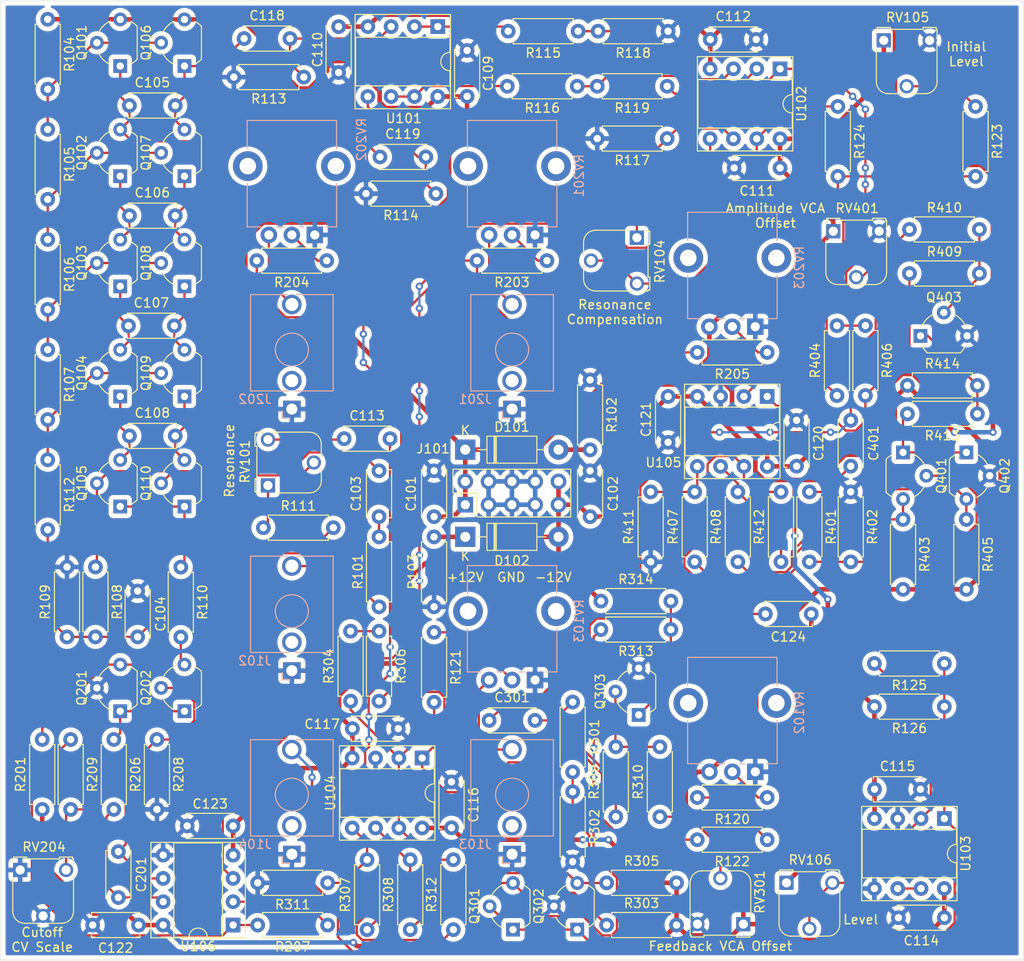
<source format=kicad_pcb>
(kicad_pcb (version 20211014) (generator pcbnew)
  (title_block (title "VCF") (date "2021-07-19") (rev "1.0"))
  (layers (0 "F.Cu" signal) (31 "B.Cu" signal) (34 "B.Paste" user) (35 "F.Paste" user) (36 "B.SilkS" user "B.Silkscreen") (37 "F.SilkS" user "F.Silkscreen") (38 "B.Mask" user) (39 "F.Mask" user) (44 "Edge.Cuts" user))
  (net 0 "")
  (net 1 "+12V")
  (net 2 "GND")
  (net 3 "-12V")
  (net 4 "Net-(C103-Pad2)")
  (net 5 "Net-(C103-Pad1)")
  (net 6 "Net-(C104-Pad2)")
  (net 7 "Net-(C105-Pad1)")
  (net 8 "Net-(C105-Pad2)")
  (net 9 "Net-(C106-Pad1)")
  (net 10 "Net-(C106-Pad2)")
  (net 11 "Net-(C107-Pad2)")
  (net 12 "Net-(C107-Pad1)")
  (net 13 "Net-(C108-Pad1)")
  (net 14 "Net-(C108-Pad2)")
  (net 15 "Net-(C113-Pad1)")
  (net 16 "/Feedback VCA/Out")
  (net 17 "Net-(C118-Pad2)")
  (net 18 "Net-(C119-Pad2)")
  (net 19 "/Amplitude VCA/Out")
  (net 20 "Net-(C124-Pad1)")
  (net 21 "Net-(C201-Pad1)")
  (net 22 "Net-(C201-Pad2)")
  (net 23 "/Amplitude VCA/In")
  (net 24 "Net-(C301-Pad2)")
  (net 25 "Net-(C401-Pad2)")
  (net 26 "Net-(D101-Pad2)")
  (net 27 "Net-(D102-Pad1)")
  (net 28 "Net-(J102-PadT)")
  (net 30 "Net-(J103-PadT)")
  (net 33 "Net-(J104-PadT)")
  (net 35 "Net-(J201-PadT)")
  (net 36 "Net-(J202-PadT)")
  (net 38 "Net-(Q101-Pad2)")
  (net 39 "Net-(Q102-Pad2)")
  (net 40 "Net-(Q103-Pad2)")
  (net 41 "Net-(Q104-Pad2)")
  (net 42 "Net-(Q105-Pad1)")
  (net 43 "Net-(Q110-Pad2)")
  (net 44 "Net-(Q201-Pad1)")
  (net 45 "Net-(Q202-Pad2)")
  (net 46 "/Control/CurrentSink")
  (net 47 "Net-(Q301-Pad2)")
  (net 48 "Net-(Q301-Pad3)")
  (net 49 "Net-(Q301-Pad1)")
  (net 50 "Net-(Q302-Pad3)")
  (net 51 "Net-(Q303-Pad1)")
  (net 52 "Net-(Q303-Pad2)")
  (net 53 "Net-(Q401-Pad2)")
  (net 54 "Net-(Q401-Pad3)")
  (net 55 "Net-(Q401-Pad1)")
  (net 56 "Net-(Q402-Pad3)")
  (net 57 "Net-(Q403-Pad1)")
  (net 58 "Net-(Q403-Pad2)")
  (net 59 "Net-(R111-Pad1)")
  (net 60 "Net-(R115-Pad2)")
  (net 61 "Net-(R115-Pad1)")
  (net 62 "Net-(R116-Pad2)")
  (net 63 "Net-(R116-Pad1)")
  (net 64 "Net-(R117-Pad1)")
  (net 65 "Net-(R120-Pad2)")
  (net 66 "Net-(R120-Pad1)")
  (net 67 "/Feedback VCA/CV")
  (net 68 "Net-(R121-Pad1)")
  (net 69 "/Amplitude VCA/CV")
  (net 70 "Net-(R123-Pad1)")
  (net 71 "Net-(R124-Pad1)")
  (net 72 "Net-(R125-Pad2)")
  (net 73 "Net-(R203-Pad1)")
  (net 74 "Net-(R204-Pad1)")
  (net 75 "Net-(R205-Pad1)")
  (net 76 "Net-(R207-Pad1)")
  (net 77 "Net-(R207-Pad2)")
  (net 78 "Net-(R304-Pad2)")
  (net 79 "/Feedback VCA/CVSum")
  (net 80 "Net-(R307-Pad2)")
  (net 81 "Net-(R308-Pad2)")
  (net 82 "Net-(R310-Pad1)")
  (net 83 "Net-(R404-Pad2)")
  (net 84 "Net-(R406-Pad2)")
  (net 85 "Net-(R407-Pad2)")
  (net 86 "Net-(R408-Pad2)")
  (net 87 "Net-(R410-Pad1)")
  (net 88 "Net-(R203-Pad2)")
  (net 89 "Net-(U103-Pad6)")
  (footprint "Capacitor_THT:C_Disc_D5.0mm_W2.5mm_P5.00mm" (layer "F.Cu") (at 124.4 91.4 90)
    (fp_text reference "C101")
    (fp_text value "1u")
  )
  (footprint "Capacitor_THT:C_Disc_D5.0mm_W2.5mm_P5.00mm" (layer "F.Cu") (at 141.4 86.4 -90)
    (fp_text reference "C102")
    (fp_text value "1u")
  )
  (footprint "Capacitor_THT:C_Disc_D5.0mm_W2.5mm_P5.00mm" (layer "F.Cu") (at 118.4 91.4 90)
    (fp_text reference "C103")
    (fp_text value "10u")
  )
  (footprint "Capacitor_THT:C_Disc_D5.0mm_W2.5mm_P5.00mm" (layer "F.Cu") (at 92.1 99.5 -90)
    (fp_text reference "C104")
    (fp_text value "220u")
  )
  (footprint "Capacitor_THT:C_Disc_D5.0mm_W2.5mm_P5.00mm" (layer "F.Cu") (at 91.2 46.6)
    (fp_text reference "C105")
    (fp_text value "47n")
  )
  (footprint "Capacitor_THT:C_Disc_D5.0mm_W2.5mm_P5.00mm" (layer "F.Cu") (at 91.2 58.6)
    (fp_text reference "C106")
    (fp_text value "47n")
  )
  (footprint "Capacitor_THT:C_Disc_D5.0mm_W2.5mm_P5.00mm" (layer "F.Cu") (at 91.1 70.6)
    (fp_text reference "C107")
    (fp_text value "47n")
  )
  (footprint "Capacitor_THT:C_Disc_D5.0mm_W2.5mm_P5.00mm" (layer "F.Cu") (at 91.2 82.6)
    (fp_text reference "C108")
    (fp_text value "47n")
  )
  (footprint "Capacitor_THT:C_Disc_D5.0mm_W2.5mm_P5.00mm" (layer "F.Cu") (at 128 45.6 90)
    (fp_text reference "C109")
    (fp_text value "10n")
  )
  (footprint "Capacitor_THT:C_Disc_D5.0mm_W2.5mm_P5.00mm" (layer "F.Cu") (at 114 38 -90)
    (fp_text reference "C110")
    (fp_text value "10n")
  )
  (footprint "Capacitor_THT:C_Disc_D5.0mm_W2.5mm_P5.00mm" (layer "F.Cu") (at 162.1 53.4 180)
    (fp_text reference "C111")
    (fp_text value "10n")
  )
  (footprint "Capacitor_THT:C_Disc_D5.0mm_W2.5mm_P5.00mm" (layer "F.Cu") (at 154.5 39.4)
    (fp_text reference "C112")
    (fp_text value "10n")
  )
  (footprint "Capacitor_THT:C_Disc_D5.0mm_W2.5mm_P5.00mm" (layer "F.Cu") (at 114.6 82.9)
    (fp_text reference "C113")
    (fp_text value "1u")
  )
  (footprint "Capacitor_THT:C_Disc_D5.0mm_W2.5mm_P5.00mm" (layer "F.Cu") (at 180 135.1 180)
    (fp_text reference "C114")
    (fp_text value "10n")
  )
  (footprint "Capacitor_THT:C_Disc_D5.0mm_W2.5mm_P5.00mm" (layer "F.Cu") (at 172.4 121.1)
    (fp_text reference "C115")
    (fp_text value "10n")
  )
  (footprint "Capacitor_THT:C_Disc_D5.0mm_W2.5mm_P5.00mm" (layer "F.Cu") (at 126.3 125.3 90)
    (fp_text reference "C116")
    (fp_text value "10n")
  )
  (footprint "Capacitor_THT:C_Disc_D5.0mm_W2.5mm_P5.00mm" (layer "F.Cu") (at 115.5 114.5)
    (fp_text reference "C117")
    (fp_text value "10n")
  )
  (footprint "Capacitor_THT:C_Disc_D5.0mm_W2.5mm_P5.00mm" (layer "F.Cu") (at 103.7 39.3)
    (fp_text reference "C118")
    (fp_text value "220n")
  )
  (footprint "Capacitor_THT:C_Disc_D5.0mm_W2.5mm_P5.00mm" (layer "F.Cu") (at 118.5 52.2)
    (fp_text reference "C119")
    (fp_text value "220n")
  )
  (footprint "Capacitor_THT:C_Disc_D5.0mm_W2.5mm_P5.00mm" (layer "F.Cu") (at 163.9 85.9 90)
    (fp_text reference "C120")
    (fp_text value "10n")
  )
  (footprint "Capacitor_THT:C_Disc_D5.0mm_W2.5mm_P5.00mm" (layer "F.Cu") (at 149.9 78.3 -90)
    (fp_text reference "C121")
    (fp_text value "10n")
  )
  (footprint "Capacitor_THT:C_Disc_D5.0mm_W2.5mm_P5.00mm" (layer "F.Cu") (at 92.2 135.9 180)
    (fp_text reference "C122")
    (fp_text value "10n")
  )
  (footprint "Capacitor_THT:C_Disc_D5.0mm_W2.5mm_P5.00mm" (layer "F.Cu") (at 102.5 125.1 180)
    (fp_text reference "C123")
    (fp_text value "10n")
  )
  (footprint "Capacitor_THT:C_Disc_D5.0mm_W2.5mm_P5.00mm" (layer "F.Cu") (at 165.5 102 180)
    (fp_text reference "C124")
    (fp_text value "10u")
  )
  (footprint "Capacitor_THT:C_Disc_D5.0mm_W2.5mm_P5.00mm" (layer "F.Cu") (at 90 127.9 -90)
    (fp_text reference "C201")
    (fp_text value "1n")
  )
  (footprint "Capacitor_THT:C_Disc_D5.0mm_W2.5mm_P5.00mm" (layer "F.Cu") (at 130.4 113.6)
    (fp_text reference "C301")
    (fp_text value "10u")
  )
  (footprint "Capacitor_THT:C_Disc_D5.0mm_W2.5mm_P5.00mm" (layer "F.Cu") (at 169.8 80.9 -90)
    (fp_text reference "C401")
    (fp_text value "10u")
  )
  (footprint "Diode_THT:D_DO-41_SOD81_P10.16mm_Horizontal" (layer "F.Cu") (at 127.8 84.1)
    (fp_text reference "D101")
    (fp_text value "1N5819")
  )
  (footprint "Diode_THT:D_DO-41_SOD81_P10.16mm_Horizontal" (layer "F.Cu") (at 127.8 93.6)
    (fp_text reference "D102")
    (fp_text value "1N5819")
  )
  (footprint "Connector_PinHeader_2.54mm:PinHeader_2x05_P2.54mm_Vertical" (layer "F.Cu") (at 127.8 90.1 90)
    (fp_text reference "J101")
    (fp_text value "Conn_02x05_Odd_Even")
  )
  (footprint "Package_TO_SOT_THT:TO-92_Wide" (layer "F.Cu") (at 90.2 42.3 90)
    (fp_text reference "Q101")
    (fp_text value "2N3904")
  )
  (footprint "Package_TO_SOT_THT:TO-92_Wide" (layer "F.Cu") (at 90.2 54.3 90)
    (fp_text reference "Q102")
    (fp_text value "2N3904")
  )
  (footprint "Package_TO_SOT_THT:TO-92_Wide" (layer "F.Cu") (at 90.2 66.3 90)
    (fp_text reference "Q103")
    (fp_text value "2N3904")
  )
  (footprint "Package_TO_SOT_THT:TO-92_Wide" (layer "F.Cu") (at 90.2 78.3 90)
    (fp_text reference "Q104")
    (fp_text value "2N3904")
  )
  (footprint "Package_TO_SOT_THT:TO-92_Wide" (layer "F.Cu") (at 90.2 90.3 90)
    (fp_text reference "Q105")
    (fp_text value "2N3904")
  )
  (footprint "Package_TO_SOT_THT:TO-92_Wide" (layer "F.Cu") (at 97.2 42.3 90)
    (fp_text reference "Q106")
    (fp_text value "2N3904")
  )
  (footprint "Package_TO_SOT_THT:TO-92_Wide" (layer "F.Cu") (at 97.2 54.3 90)
    (fp_text reference "Q107")
    (fp_text value "2N3904")
  )
  (footprint "Package_TO_SOT_THT:TO-92_Wide" (layer "F.Cu") (at 97.2 66.3 90)
    (fp_text reference "Q108")
    (fp_text value "2N3904")
  )
  (footprint "Package_TO_SOT_THT:TO-92_Wide" (layer "F.Cu") (at 97.2 78.3 90)
    (fp_text reference "Q109")
    (fp_text value "2N3904")
  )
  (footprint "Package_TO_SOT_THT:TO-92_Wide" (layer "F.Cu") (at 97.2 90.3 90)
    (fp_text reference "Q110")
    (fp_text value "2N3904")
  )
  (footprint "Package_TO_SOT_THT:TO-92_Wide" (layer "F.Cu") (at 90.2 112.6 90)
    (fp_text reference "Q201")
    (fp_text value "2N3904")
  )
  (footprint "Package_TO_SOT_THT:TO-92_Wide" (layer "F.Cu") (at 97.2 112.6 90)
    (fp_text reference "Q202")
    (fp_text value "2N3904")
  )
  (footprint "Package_TO_SOT_THT:TO-92_Wide" (layer "F.Cu") (at 133 136.4 90)
    (fp_text reference "Q301")
    (fp_text value "2N3904")
  )
  (footprint "Package_TO_SOT_THT:TO-92_Wide" (layer "F.Cu") (at 140 136.4 90)
    (fp_text reference "Q302")
    (fp_text value "2N3904")
  )
  (footprint "Package_TO_SOT_THT:TO-92_Wide" (layer "F.Cu") (at 146.7 113 90)
    (fp_text reference "Q303")
    (fp_text value "2N3904")
  )
  (footprint "Package_TO_SOT_THT:TO-92_Wide" (layer "F.Cu") (at 175.5 84.4 -90)
    (fp_text reference "Q401")
    (fp_text value "2N3904")
  )
  (footprint "Package_TO_SOT_THT:TO-92_Wide" (layer "F.Cu") (at 182.4 84.4 -90)
    (fp_text reference "Q402")
    (fp_text value "2N3904")
  )
  (footprint "Package_TO_SOT_THT:TO-92_Wide" (layer "F.Cu") (at 177.4 71.7)
    (fp_text reference "Q403")
    (fp_text value "2N3904")
  )
  (footprint "Resistor_THT:R_Axial_DIN0207_L6.3mm_D2.5mm_P7.62mm_Horizontal" (layer "F.Cu") (at 118.4 93.6 -90)
    (fp_text reference "R101")
    (fp_text value "10k")
  )
  (footprint "Resistor_THT:R_Axial_DIN0207_L6.3mm_D2.5mm_P7.62mm_Horizontal" (layer "F.Cu") (at 141.4 76.5 -90)
    (fp_text reference "R102")
    (fp_text value "10")
  )
  (footprint "Resistor_THT:R_Axial_DIN0207_L6.3mm_D2.5mm_P7.62mm_Horizontal" (layer "F.Cu") (at 124.4 93.6 -90)
    (fp_text reference "R103")
    (fp_text value "10")
  )
  (footprint "Resistor_THT:R_Axial_DIN0207_L6.3mm_D2.5mm_P7.62mm_Horizontal" (layer "F.Cu") (at 82.3 37.2 -90)
    (fp_text reference "R104")
    (fp_text value "330")
  )
  (footprint "Resistor_THT:R_Axial_DIN0207_L6.3mm_D2.5mm_P7.62mm_Horizontal" (layer "F.Cu") (at 82.3 49.2 -90)
    (fp_text reference "R105")
    (fp_text value "150")
  )
  (footprint "Resistor_THT:R_Axial_DIN0207_L6.3mm_D2.5mm_P7.62mm_Horizontal" (layer "F.Cu") (at 82.3 61.2 -90)
    (fp_text reference "R106")
    (fp_text value "150")
  )
  (footprint "Resistor_THT:R_Axial_DIN0207_L6.3mm_D2.5mm_P7.62mm_Horizontal" (layer "F.Cu") (at 82.3 73.2 -90)
    (fp_text reference "R107")
    (fp_text value "150")
  )
  (footprint "Resistor_THT:R_Axial_DIN0207_L6.3mm_D2.5mm_P7.62mm_Horizontal" (layer "F.Cu") (at 87.5 96.88 -90)
    (fp_text reference "R108")
    (fp_text value "470")
  )
  (footprint "Resistor_THT:R_Axial_DIN0207_L6.3mm_D2.5mm_P7.62mm_Horizontal" (layer "F.Cu") (at 84.4 104.5 90)
    (fp_text reference "R109")
    (fp_text value "220")
  )
  (footprint "Resistor_THT:R_Axial_DIN0207_L6.3mm_D2.5mm_P7.62mm_Horizontal" (layer "F.Cu") (at 96.8 96.9 -90)
    (fp_text reference "R110")
    (fp_text value "1k")
  )
  (footprint "Resistor_THT:R_Axial_DIN0207_L6.3mm_D2.5mm_P7.62mm_Horizontal" (layer "F.Cu") (at 105.8 92.6)
    (fp_text reference "R111")
    (fp_text value "820")
  )
  (footprint "Resistor_THT:R_Axial_DIN0207_L6.3mm_D2.5mm_P7.62mm_Horizontal" (layer "F.Cu") (at 82.3 85.2 -90)
    (fp_text reference "R112")
    (fp_text value "150")
  )
  (footprint "Resistor_THT:R_Axial_DIN0207_L6.3mm_D2.5mm_P7.62mm_Horizontal" (layer "F.Cu") (at 110.2 43.5 180)
    (fp_text reference "R113")
    (fp_text value "1M")
  )
  (footprint "Resistor_THT:R_Axial_DIN0207_L6.3mm_D2.5mm_P7.62mm_Horizontal" (layer "F.Cu") (at 124.6 56.2 180)
    (fp_text reference "R114")
    (fp_text value "1M")
  )
  (footprint "Resistor_THT:R_Axial_DIN0207_L6.3mm_D2.5mm_P7.62mm_Horizontal" (layer "F.Cu") (at 140.1 38.5 180)
    (fp_text reference "R115")
    (fp_text value "820")
  )
  (footprint "Resistor_THT:R_Axial_DIN0207_L6.3mm_D2.5mm_P7.62mm_Horizontal" (layer "F.Cu") (at 140 44.5 180)
    (fp_text reference "R116")
    (fp_text value "820")
  )
  (footprint "Resistor_THT:R_Axial_DIN0207_L6.3mm_D2.5mm_P7.62mm_Horizontal" (layer "F.Cu") (at 149.8 50.2 180)
    (fp_text reference "R117")
    (fp_text value "1k")
  )
  (footprint "Resistor_THT:R_Axial_DIN0207_L6.3mm_D2.5mm_P7.62mm_Horizontal" (layer "F.Cu") (at 149.9 38.5 180)
    (fp_text reference "R118")
    (fp_text value "8.2k")
  )
  (footprint "Resistor_THT:R_Axial_DIN0207_L6.3mm_D2.5mm_P7.62mm_Horizontal" (layer "F.Cu") (at 149.8 44.5 180)
    (fp_text reference "R119")
    (fp_text value "8.2k")
  )
  (footprint "Resistor_THT:R_Axial_DIN0207_L6.3mm_D2.5mm_P7.62mm_Horizontal" (layer "F.Cu") (at 160.7 122 180)
    (fp_text reference "R120")
    (fp_text value "220k")
  )
  (footprint "Resistor_THT:R_Axial_DIN0207_L6.3mm_D2.5mm_P7.62mm_Horizontal" (layer "F.Cu") (at 124.4 104 -90)
    (fp_text reference "R121")
    (fp_text value "470k")
  )
  (footprint "Resistor_THT:R_Axial_DIN0207_L6.3mm_D2.5mm_P7.62mm_Horizontal" (layer "F.Cu") (at 160.7 126.6 180)
    (fp_text reference "R122")
    (fp_text value "330k")
  )
  (footprint "Resistor_THT:R_Axial_DIN0207_L6.3mm_D2.5mm_P7.62mm_Horizontal" (layer "F.Cu") (at 183.4 46.7 -90)
    (fp_text reference "R123")
    (fp_text value "75k")
  )
  (footprint "Resistor_THT:R_Axial_DIN0207_L6.3mm_D2.5mm_P7.62mm_Horizontal" (layer "F.Cu") (at 168.4 46.7 -90)
    (fp_text reference "R124")
    (fp_text value "220k")
  )
  (footprint "Resistor_THT:R_Axial_DIN0207_L6.3mm_D2.5mm_P7.62mm_Horizontal" (layer "F.Cu") (at 180 107.4 180)
    (fp_text reference "R125")
    (fp_text value "68k")
  )
  (footprint "Resistor_THT:R_Axial_DIN0207_L6.3mm_D2.5mm_P7.62mm_Horizontal" (layer "F.Cu") (at 180 112.1 180)
    (fp_text reference "R126")
    (fp_text value "1.5k")
  )
  (footprint "Resistor_THT:R_Axial_DIN0207_L6.3mm_D2.5mm_P7.62mm_Horizontal" (layer "F.Cu") (at 81.7 123.3 90)
    (fp_text reference "R201")
    (fp_text value "4.7M")
  )
  (footprint "Resistor_THT:R_Axial_DIN0207_L6.3mm_D2.5mm_P7.62mm_Horizontal" (layer "F.Cu") (at 136.7 63.5 180)
    (fp_text reference "R203")
    (fp_text value "100k")
  )
  (footprint "Resistor_THT:R_Axial_DIN0207_L6.3mm_D2.5mm_P7.62mm_Horizontal" (layer "F.Cu") (at 112.7 63.5 180)
    (fp_text reference "R204")
    (fp_text value "100k")
  )
  (footprint "Resistor_THT:R_Axial_DIN0207_L6.3mm_D2.5mm_P7.62mm_Horizontal" (layer "F.Cu") (at 160.7 73.5 180)
    (fp_text reference "R205")
    (fp_text value "100k")
  )
  (footprint "Resistor_THT:R_Axial_DIN0207_L6.3mm_D2.5mm_P7.62mm_Horizontal" (layer "F.Cu") (at 89.5 115.68 -90)
    (fp_text reference "R206")
    (fp_text value "1k")
  )
  (footprint "Resistor_THT:R_Axial_DIN0207_L6.3mm_D2.5mm_P7.62mm_Horizontal" (layer "F.Cu") (at 112.8 135.9 180)
    (fp_text reference "R207")
    (fp_text value "22k")
  )
  (footprint "Resistor_THT:R_Axial_DIN0207_L6.3mm_D2.5mm_P7.62mm_Horizontal" (layer "F.Cu") (at 94.2 115.68 -90)
    (fp_text reference "R208")
    (fp_text value "470")
  )
  (footprint "Resistor_THT:R_Axial_DIN0207_L6.3mm_D2.5mm_P7.62mm_Horizontal" (layer "F.Cu") (at 84.8 115.68 -90)
    (fp_text reference "R209")
    (fp_text value "8.2k")
  )
  (footprint "Resistor_THT:R_Axial_DIN0207_L6.3mm_D2.5mm_P7.62mm_Horizontal" (layer "F.Cu") (at 139.5 111.6 -90)
    (fp_text reference "R301")
    (fp_text value "220k")
  )
  (footprint "Resistor_THT:R_Axial_DIN0207_L6.3mm_D2.5mm_P7.62mm_Horizontal" (layer "F.Cu") (at 139.5 129 90)
    (fp_text reference "R302")
    (fp_text value "1k")
  )
  (footprint "Resistor_THT:R_Axial_DIN0207_L6.3mm_D2.5mm_P7.62mm_Horizontal" (layer "F.Cu") (at 143.2 135.9)
    (fp_text reference "R303")
    (fp_text value "150k")
  )
  (footprint "Resistor_THT:R_Axial_DIN0207_L6.3mm_D2.5mm_P7.62mm_Horizontal" (layer "F.Cu") (at 115.3 111.5 90)
    (fp_text reference "R304")
    (fp_text value "100k")
  )
  (footprint "Resistor_THT:R_Axial_DIN0207_L6.3mm_D2.5mm_P7.62mm_Horizontal" (layer "F.Cu") (at 143.2 131.3)
    (fp_text reference "R305")
    (fp_text value "150k")
  )
  (footprint "Resistor_THT:R_Axial_DIN0207_L6.3mm_D2.5mm_P7.62mm_Horizontal" (layer "F.Cu") (at 118.4 103.88 -90)
    (fp_text reference "R306")
    (fp_text value "22k")
  )
  (footprint "Resistor_THT:R_Axial_DIN0207_L6.3mm_D2.5mm_P7.62mm_Horizontal" (layer "F.Cu") (at 117.1 136.4 90)
    (fp_text reference "R307")
    (fp_text value "10k")
  )
  (footprint "Resistor_THT:R_Axial_DIN0207_L6.3mm_D2.5mm_P7.62mm_Horizontal" (layer "F.Cu") (at 121.8 136.4 90)
    (fp_text reference "R308")
    (fp_text value "10k")
  )
  (footprint "Resistor_THT:R_Axial_DIN0207_L6.3mm_D2.5mm_P7.62mm_Horizontal" (layer "F.Cu") (at 144.2 124.1 90)
    (fp_text reference "R309")
    (fp_text value "22k")
  )
  (footprint "Resistor_THT:R_Axial_DIN0207_L6.3mm_D2.5mm_P7.62mm_Horizontal" (layer "F.Cu") (at 149 124.1 90)
    (fp_text reference "R310")
    (fp_text value "22k")
  )
  (footprint "Resistor_THT:R_Axial_DIN0207_L6.3mm_D2.5mm_P7.62mm_Horizontal" (layer "F.Cu") (at 112.8 131.3 180)
    (fp_text reference "R311")
    (fp_text value "330k")
  )
  (footprint "Resistor_THT:R_Axial_DIN0207_L6.3mm_D2.5mm_P7.62mm_Horizontal" (layer "F.Cu") (at 126.5 136.4 90)
    (fp_text reference "R312")
    (fp_text value "330k")
  )
  (footprint "Resistor_THT:R_Axial_DIN0207_L6.3mm_D2.5mm_P7.62mm_Horizontal" (layer "F.Cu") (at 150.2 103.7 180)
    (fp_text reference "R313")
    (fp_text value "22k")
  )
  (footprint "Resistor_THT:R_Axial_DIN0207_L6.3mm_D2.5mm_P7.62mm_Horizontal" (layer "F.Cu") (at 142.58 100.6)
    (fp_text reference "R314")
    (fp_text value "10k")
  )
  (footprint "Resistor_THT:R_Axial_DIN0207_L6.3mm_D2.5mm_P7.62mm_Horizontal" (layer "F.Cu") (at 165.3 88.7 -90)
    (fp_text reference "R401")
    (fp_text value "220k")
  )
  (footprint "Resistor_THT:R_Axial_DIN0207_L6.3mm_D2.5mm_P7.62mm_Horizontal" (layer "F.Cu") (at 169.8 88.7 -90)
    (fp_text reference "R402")
    (fp_text value "1k")
  )
  (footprint "Resistor_THT:R_Axial_DIN0207_L6.3mm_D2.5mm_P7.62mm_Horizontal" (layer "F.Cu") (at 175.5 91.7 -90)
    (fp_text reference "R403")
    (fp_text value "150k")
  )
  (footprint "Resistor_THT:R_Axial_DIN0207_L6.3mm_D2.5mm_P7.62mm_Horizontal" (layer "F.Cu") (at 168.3 78.2 90)
    (fp_text reference "R404")
    (fp_text value "100k")
  )
  (footprint "Resistor_THT:R_Axial_DIN0207_L6.3mm_D2.5mm_P7.62mm_Horizontal" (layer "F.Cu") (at 182.4 91.7 -90)
    (fp_text reference "R405")
    (fp_text value "150k")
  )
  (footprint "Resistor_THT:R_Axial_DIN0207_L6.3mm_D2.5mm_P7.62mm_Horizontal" (layer "F.Cu") (at 171.4 70.58 -90)
    (fp_text reference "R406")
    (fp_text value "22k")
  )
  (footprint "Resistor_THT:R_Axial_DIN0207_L6.3mm_D2.5mm_P7.62mm_Horizontal" (layer "F.Cu") (at 152.8 96.32 90)
    (fp_text reference "R407")
    (fp_text value "10k")
  )
  (footprint "Resistor_THT:R_Axial_DIN0207_L6.3mm_D2.5mm_P7.62mm_Horizontal" (layer "F.Cu") (at 157.5 96.32 90)
    (fp_text reference "R408")
    (fp_text value "10k")
  )
  (footprint "Resistor_THT:R_Axial_DIN0207_L6.3mm_D2.5mm_P7.62mm_Horizontal" (layer "F.Cu") (at 176.2 64.9)
    (fp_text reference "R409")
    (fp_text value "22k")
  )
  (footprint "Resistor_THT:R_Axial_DIN0207_L6.3mm_D2.5mm_P7.62mm_Horizontal" (layer "F.Cu") (at 176.2 60.1)
    (fp_text reference "R410")
    (fp_text value "22k")
  )
  (footprint "Resistor_THT:R_Axial_DIN0207_L6.3mm_D2.5mm_P7.62mm_Horizontal" (layer "F.Cu") (at 148 88.7 -90)
    (fp_text reference "R411")
    (fp_text value "330k")
  )
  (footprint "Resistor_THT:R_Axial_DIN0207_L6.3mm_D2.5mm_P7.62mm_Horizontal" (layer "F.Cu") (at 162.2 96.32 90)
    (fp_text reference "R412")
    (fp_text value "330k")
  )
  (footprint "Resistor_THT:R_Axial_DIN0207_L6.3mm_D2.5mm_P7.62mm_Horizontal" (layer "F.Cu") (at 183.6 80.2 180)
    (fp_text reference "R413")
    (fp_text value "22k")
  )
  (footprint "Resistor_THT:R_Axial_DIN0207_L6.3mm_D2.5mm_P7.62mm_Horizontal" (layer "F.Cu") (at 175.98 77.1)
    (fp_text reference "R414")
    (fp_text value "10k")
  )
  (footprint "Custom:Potentiometer_Runtron_RM-065_Vertical_Improved" (layer "F.Cu") (at 106.3 88 90)
    (fp_text reference "RV101")
    (fp_text value "10k")
  )
  (footprint "Custom:Potentiometer_Runtron_RM-065_Vertical_Improved" (layer "F.Cu") (at 146.5 61 -90)
    (fp_text reference "RV104")
    (fp_text value "10k")
  )
  (footprint "Custom:Potentiometer_Runtron_RM-065_Vertical_Improved" (layer "F.Cu") (at 173.4 39.5)
    (fp_text reference "RV105")
    (fp_text value "10k")
  )
  (footprint "Custom:Potentiometer_Runtron_RM-065_Vertical_Improved" (layer "F.Cu") (at 162.8 131.3)
    (fp_text reference "RV106")
    (fp_text value "10k")
  )
  (footprint "Custom:Potentiometer_Runtron_RM-065_Vertical_Improved" (layer "F.Cu") (at 79.3 129.9)
    (fp_text reference "RV204")
    (fp_text value "10k")
  )
  (footprint "Custom:Potentiometer_Runtron_RM-065_Vertical_Improved" (layer "F.Cu") (at 158.1 135.8 180)
    (fp_text reference "RV301")
    (fp_text value "10k")
  )
  (footprint "Custom:Potentiometer_Runtron_RM-065_Vertical_Improved" (layer "F.Cu") (at 167.9 60.3)
    (fp_text reference "RV401")
    (fp_text value "10k")
  )
  (footprint "Package_DIP:DIP-8_W7.62mm_Socket" (layer "F.Cu") (at 124.8 38 -90)
    (fp_text reference "U101")
    (fp_text value "TL072")
  )
  (footprint "Package_DIP:DIP-8_W7.62mm_Socket" (layer "F.Cu") (at 162.1 42.6 -90)
    (fp_text reference "U102")
    (fp_text value "TL072")
  )
  (footprint "Package_DIP:DIP-8_W7.62mm_Socket" (layer "F.Cu") (at 180 124.3 -90)
    (fp_text reference "U103")
    (fp_text value "TL072")
  )
  (footprint "Package_DIP:DIP-8_W7.62mm_Socket" (layer "F.Cu") (at 123.1 117.7 -90)
    (fp_text reference "U104")
    (fp_text value "TL072")
  )
  (footprint "Package_DIP:DIP-8_W7.62mm_Socket" (layer "F.Cu") (at 160.7 78.3 -90)
    (fp_text reference "U105")
    (fp_text value "TL072")
  )
  (footprint "Package_DIP:DIP-8_W7.62mm_Socket" (layer "F.Cu") (at 102.5 135.9 180)
    (fp_text reference "U106")
    (fp_text value "TL072")
  )
  (footprint "Connector_Audio:Jack_3.5mm_QingPu_WQP-PJ398SM_Vertical_CircularHoles" (layer "B.Cu") (at 108.9 108.18)
    (fp_text reference "J102")
    (fp_text value "AudioJack2_SwitchT")
  )
  (footprint "Connector_Audio:Jack_3.5mm_QingPu_WQP-PJ398SM_Vertical_CircularHoles" (layer "B.Cu") (at 132.9 128.18)
    (fp_text reference "J103")
    (fp_text value "AudioJack2_SwitchT")
  )
  (footprint "Connector_Audio:Jack_3.5mm_QingPu_WQP-PJ398SM_Vertical_CircularHoles" (layer "B.Cu") (at 108.9 128.18)
    (fp_text reference "J104")
    (fp_text value "AudioJack2_SwitchT")
  )
  (footprint "Connector_Audio:Jack_3.5mm_QingPu_WQP-PJ398SM_Vertical_CircularHoles" (layer "B.Cu") (at 132.9 79.68)
    (fp_text reference "J201")
    (fp_text value "AudioJack2_SwitchT")
  )
  (footprint "Connector_Audio:Jack_3.5mm_QingPu_WQP-PJ398SM_Vertical_CircularHoles" (layer "B.Cu") (at 108.9 79.68)
    (fp_text reference "J202")
    (fp_text value "AudioJack2_SwitchT")
  )
  (footprint "Potentiometer_THT:Potentiometer_Alpha_RD901F-40-00D_Single_Vertical_CircularHoles" (layer "B.Cu") (at 159.4 119.2 90)
    (fp_text reference "RV102")
    (fp_text value "50k")
  )
  (footprint "Potentiometer_THT:Potentiometer_Alpha_RD901F-40-00D_Single_Vertical_CircularHoles" (layer "B.Cu") (at 135.4 109.2 90)
    (fp_text reference "RV103")
    (fp_text value "50k")
  )
  (footprint "Potentiometer_THT:Potentiometer_Alpha_RD901F-40-00D_Single_Vertical_CircularHoles" (layer "B.Cu") (at 135.4 60.7 90)
    (fp_text reference "RV201")
    (fp_text value "50k")
  )
  (footprint "Potentiometer_THT:Potentiometer_Alpha_RD901F-40-00D_Single_Vertical_CircularHoles" (layer "B.Cu") (at 111.4 60.7 90)
    (fp_text reference "RV202")
    (fp_text value "50k")
  )
  (footprint "Potentiometer_THT:Potentiometer_Alpha_RD901F-40-00D_Single_Vertical_CircularHoles" (layer "B.Cu") (at 159.4 70.7 90)
    (fp_text reference "RV203")
    (fp_text value "50k")
  )
  (gr_line (start 77.2 139.7) (end 188.6 139.7) (layer "Edge.Cuts") (width 0.05))
  (gr_line (start 188.6 35.2) (end 77.2 35.2) (layer "Edge.Cuts") (width 0.05))
  (gr_line (start 188.6 35.2) (end 188.6 139.7) (layer "Edge.Cuts") (width 0.05))
  (gr_line (start 77.2 35.2) (end 77.2 139.7) (layer "Edge.Cuts") (width 0.05))
  (gr_text "Cutoff\nCV Scale" (at 81.7 137.5) (layer "F.SilkS") (effects (font (size 1 1))))
  (gr_text "GND" (at 132.8 98) (layer "F.SilkS") (effects (font (size 1 1))))
  (gr_text "Amplitude VCA\nOffset" (at 161.6 58.6) (layer "F.SilkS") (effects (font (size 1 1))))
  (gr_text "Resonance\nCompensation" (at 144.1 69.1) (layer "F.SilkS") (effects (font (size 1 1))))
  (gr_text "Resonance" (at 102.1 85.3 90) (layer "F.SilkS") (effects (font (size 1 1))))
  (gr_text "+12V" (at 127.8 98) (layer "F.SilkS") (effects (font (size 1 1))))
  (gr_text "Feedback VCA Offset" (at 155.6 138.2) (layer "F.SilkS") (effects (font (size 1 1))))
  (gr_text "Initial\nLevel" (at 182.4 41) (layer "F.SilkS") (effects (font (size 1 1))))
  (gr_text "-12V" (at 137.4 98) (layer "F.SilkS") (effects (font (size 1 1))))
  (gr_text "Level" (at 170.9 135.3) (layer "F.SilkS") (effects (font (size 1 1))))
  (segment (start 163.88 85.92) (end 163.9 85.9) (width 0.5) (layer "F.Cu") (net 1))
  (segment (start 126.5 91.4) (end 127.8 90.1) (width 0.5) (layer "F.Cu") (net 1))
  (segment (start 87.236997 134.649999) (end 90.949999 134.649999) (width 0.5) (layer "F.Cu") (net 1))
  (segment (start 167.9 60.3) (end 161.3 66.9) (width 0.5) (layer "F.Cu") (net 1))
  (segment (start 158.2 66.9) (end 154.4 70.7) (width 0.5) (layer "F.Cu") (net 1))
  (segment (start 159.5 106.149998) (end 166.329998 99.32) (width 0.5) (layer "F.Cu") (net 1))
  (segment (start 162.1 53.4) (end 167.9 59.2) (width 0.5) (layer "F.Cu") (net 1))
  (segment (start 123.300003 59.349999) (end 105.751999 59.349999) (width 0.5) (layer "F.Cu") (net 1))
  (segment (start 113.945011 70.245011) (end 127.8 84.1) (width 0.5) (layer "F.Cu") (net 1))
  (segment (start 124.8 45.62) (end 127.98 45.62) (width 0.5) (layer "F.Cu") (net 1))
  (segment (start 127.8 87.56) (end 127.8 90.1) (width 0.5) (layer "F.Cu") (net 1))
  (segment (start 127.6 126.6) (end 140.6 126.6) (width 0.5) (layer "F.Cu") (net 1))
  (segment (start 161.3 66.9) (end 158.2 66.9) (width 0.5) (layer "F.Cu") (net 1))
  (segment (start 105.751999 59.349999) (end 103.829999 61.271999) (width 0.5) (layer "F.Cu") (net 1))
  (segment (start 154.4 119.2) (end 159.5 114.1) (width 0.5) (layer "F.Cu") (net 1))
  (segment (start 124.4 91.4) (end 126.5 91.4) (width 0.5) (layer "F.Cu") (net 1))
  (segment (start 154.4 74.030002) (end 154.4 70.7) (width 0.5) (layer "F.Cu") (net 1))
  (segment (start 153.515001 74.915001) (end 154.4 74.030002) (width 0.5) (layer "F.Cu") (net 1))
  (segment (start 115.999999 138.199999) (end 148.520001 138.199999) (width 0.5) (layer "F.Cu") (net 1))
  (segment (start 155.970002 76.8) (end 154.4 76.8) (width 0.5) (layer "F.Cu") (net 1))
  (segment (start 152.630002 75.8) (end 152.465001 75.965001) (width 0.5) (layer "F.Cu") (net 1))
  (segment (start 158.1 129.141812) (end 158.1 135.8) (width 0.5) (layer "F.Cu") (net 1))
  (segment (start 156.870001 77.699999) (end 155.970002 76.8) (width 0.5) (layer "F.Cu") (net 1))
  (segment (start 127.8 84.1) (end 135.650002 84.1) (width 0.5) (layer "F.Cu") (net 1))
  (segment (start 128 45.6) (end 128 49.9) (width 0.5) (layer "F.Cu") (net 1))
  (segment (start 176.580001 75.849999) (end 186.140001 85.409999) (width 0.5) (layer "F.Cu") (net 1))
  (segment (start 127.98 45.62) (end 128 45.6) (width 0.5) (layer "F.Cu") (net 1))
  (segment (start 153.4 75.8) (end 153.4 75.030002) (width 0.5) (layer "F.Cu") (net 1))
  (segment (start 156.870001 79.770001) (end 156.870001 77.699999) (width 0.5) (layer "F.Cu") (net 1))
  (segment (start 97.2 37.22) (end 103.470002 37.22) (width 0.5) (layer "F.Cu") (net 1))
  (segment (start 150.82 135.9) (end 151.945001 137.025001) (width 0.5) (layer "F.Cu") (net 1))
  (segment (start 151.829999 120.497209) (end 151.829999 122.871811) (width 0.5) (layer "F.Cu") (net 1))
  (segment (start 180 131.92) (end 180 135.1) (width 0.5) (layer "F.Cu") (net 1))
  (segment (start 173.4 43.550002) (end 173.4 39.5) (width 0.5) (layer "F.Cu") (net 1))
  (segment (start 126.029999 56.620003) (end 123.300003 59.349999) (width 0.5) (layer "F.Cu") (net 1))
  (segment (start 92.2 135.9) (end 94.88 135.9) (width 0.5) (layer "F.Cu") (net 1))
  (segment (start 153.4 75.030002) (end 153.515001 74.915001) (width 0.5) (layer "F.Cu") (net 1))
  (segment (start 81.7 129.113002) (end 87.236997 134.649999) (width 0.5) (layer "F.Cu") (net 1))
  (segment (start 166.329998 99.32) (end 175.5 99.32) (width 0.5) (layer "F.Cu") (net 1))
  (segment (start 142.750002 77) (end 151.430002 77) (width 0.5) (layer "F.Cu") (net 1))
  (segment (start 173.89999 77.330008) (end 175.379999 75.849999) (width 0.5) (layer "F.Cu") (net 1))
  (segment (start 163.9 85.9) (end 165.850009 83.949991) (width 0.5) (layer "F.Cu") (net 1))
  (segment (start 186.140001 95.579999) (end 182.4 99.32) (width 0.5) (layer "F.Cu") (net 1))
  (segment (start 90.949999 134.649999) (end 92.2 135.9) (width 0.5) (layer "F.Cu") (net 1))
  (segment (start 103.829999 61.271999) (end 103.829999 66.080387) (width 0.5) (layer "F.Cu") (net 1))
  (segment (start 126.28 125.32) (end 126.3 125.3) (width 0.5) (layer "F.Cu") (net 1))
  (segment (start 161.9 135.8) (end 163.625001 137.525001) (width 0.5) (layer "F.Cu") (net 1))
  (segment (start 123.549999 46.870001) (end 124.8 45.62) (width 0.5) (layer "F.Cu") (net 1))
  (segment (start 115.6 137.8) (end 115.999999 138.199999) (width 0.5) (layer "F.Cu") (net 1))
  (segment (start 112.749999 42.800003) (end 112.749999 42.399999) (width 0.5) (layer "F.Cu") (net 1))
  (segment (start 158.1 135.8) (end 161.9 135.8) (width 0.5) (layer "F.Cu") (net 1))
  (segment (start 171.050009 83.949991) (end 173.89999 81.10001) (width 0.5) (layer "F.Cu") (net 1))
  (segment (start 154.4 76.8) (end 153.4 75.8) (width 0.5) (layer "F.Cu") (net 1))
  (segment (start 160.7 83.6) (end 156.870001 79.770001) (width 0.5) (layer "F.Cu") (net 1))
  (segment (start 153.015001 75.415001) (end 153.515001 74.915001) (width 0.5) (layer "F.Cu") (net 1))
  (segment (start 177.574999 137.525001) (end 180 135.1) (width 0.5) (layer "F.Cu") (net 1))
  (segment (start 153.4 75.8) (end 152.630002 75.8) (width 0.5) (layer "F.Cu") (net 1))
  (segment (start 126.029999 51.870001) (end 126.029999 56.620003) (width 0.5) (layer "F.Cu") (net 1))
  (segment (start 153.4 75.8) (end 153.015001 75.415001) (width 0.5) (layer "F.Cu") (net 1))
  (segment (start 107.994623 70.245011) (end 113.945011 70.245011) (width 0.5) (layer "F.Cu") (net 1))
  (segment (start 90.18 37.2) (end 90.2 37.22) (width 0.5) (layer "F.Cu") (net 1))
  (segment (start 90.2 37.22) (end 97.2 37.22) (width 0.5) (layer "F.Cu") (net 1))
  (segment (start 108.12499 41.874988) (end 108.12499 43.274992) (width 0.5) (layer "F.Cu") (net 1))
  (segment (start 160.7 85.92) (end 160.7 83.6) (width 0.5) (layer "F.Cu") (net 1))
  (segment (start 150.82 131.3) (end 148.1 131.3) (width 0.5) (layer "F.Cu") (net 1))
  (segment (start 166.730002 50.22) (end 173.4 43.550002) (width 0.5) (layer "F.Cu") (net 1))
  (segment (start 115.199999 41.749999) (end 118.469999 45.019999) (width 0.5) (layer "F.Cu") (net 1))
  (segment (start 156.874999 137.025001) (end 158.1 135.8) (width 0.5) (layer "F.Cu") (net 1))
  (segment (start 163.625001 137.525001) (end 177.574999 137.525001) (width 0.5) (layer "F.Cu") (net 1))
  (segment (start 151.945001 137.025001) (end 156.874999 137.025001) (width 0.5) (layer "F.Cu") (net 1))
  (segment (start 119.119999 46.870001) (end 123.549999 46.870001) (width 0.5) (layer "F.Cu") (net 1))
  (segment (start 154.4 119.2) (end 153.127208 119.2) (width 0.5) (layer "F.Cu") (net 1))
  (segment (start 167.9 59.2) (end 167.9 60.3) (width 0.5) (layer "F.Cu") (net 1))
  (segment (start 159.5 114.1) (end 159.5 106.149998) (width 0.5) (layer "F.Cu") (net 1))
  (segment (start 110.800001 44.750001) (end 112.749999 42.800003) (width 0.5) (layer "F.Cu") (net 1))
  (segment (start 160.7 85.92) (end 163.88 85.92) (width 0.5) (layer "F.Cu") (net 1))
  (segment (start 103.470002 37.22) (end 108.12499 41.874988) (width 0.5) (layer "F.Cu") (net 1))
  (segment (start 123.1 125.32) (end 126.28 125.32) (width 0.5) (layer "F.Cu") (net 1))
  (segment (start 118.469999 45.019999) (end 118.469999 46.220001) (width 0.5) (layer "F.Cu") (net 1))
  (segment (start 175.5 99.32) (end 182.4 99.32) (width 0.5) (layer "F.Cu") (net 1))
  (segment (start 112.749999 42.399999) (end 113.399999 41.749999) (width 0.5) (layer "F.Cu") (net 1))
  (segment (start 162.1 50.22) (end 162.1 53.4) (width 0.5) (layer "F.Cu") (net 1))
  (segment (start 127.8 87.56) (end 127.8 84.1) (width 0.5) (layer "F.Cu") (net 1))
  (segment (start 148.1 131.3) (end 143.4 126.6) (width 0.5) (layer "F.Cu") (net 1))
  (segment (start 103.829999 66.080387) (end 107.994623 70.245011) (width 0.5) (layer "F.Cu") (net 1))
  (segment (start 151.430002 77) (end 152.465001 75.965001) (width 0.5) (layer "F.Cu") (net 1))
  (segment (start 150.82 131.3) (end 150.82 135.9) (width 0.5) (layer "F.Cu") (net 1))
  (segment (start 175.379999 75.849999) (end 176.580001 75.849999) (width 0.5) (layer "F.Cu") (net 1))
  (segment (start 162.1 50.22) (end 166.730002 50.22) (width 0.5) (layer "F.Cu") (net 1))
  (segment (start 148.520001 138.199999) (end 150.82 135.9) (width 0.5) (layer "F.Cu") (net 1))
  (segment (start 128 49.9) (end 126.029999 51.870001) (width 0.5) (layer "F.Cu") (net 1))
  (segment (start 186.140001 85.409999) (end 186.140001 95.579999) (width 0.5) (layer "F.Cu") (net 1))
  (segment (start 126.3 125.3) (end 127.6 126.6) (width 0.5) (layer "F.Cu") (net 1))
  (segment (start 81.7 123.3) (end 81.7 129.113002) (width 0.5) (layer "F.Cu") (net 1))
  (segment (start 118.469999 46.220001) (end 119.119999 46.870001) (width 0.5) (layer "F.Cu") (net 1))
  (segment (start 82.3 37.2) (end 90.18 37.2) (width 0.5) (layer "F.Cu") (net 1))
  (segment (start 135.650002 84.1) (end 142.750002 77) (width 0.5) (layer "F.Cu") (net 1))
  (segment (start 173.89999 81.10001) (end 173.89999 77.330008) (width 0.5) (layer "F.Cu") (net 1))
  (segment (start 153.127208 119.2) (end 151.829999 120.497209) (width 0.5) (layer "F.Cu") (net 1))
  (segment (start 109.599999 44.750001) (end 110.800001 44.750001) (width 0.5) (layer "F.Cu") (net 1))
  (segment (start 165.850009 83.949991) (end 171.050009 83.949991) (width 0.5) (layer "F.Cu") (net 1))
  (segment (start 113.399999 41.749999) (end 115.199999 41.749999) (width 0.5) (layer "F.Cu") (net 1))
  (segment (start 108.12499 43.274992) (end 109.599999 44.750001) (width 0.5) (layer "F.Cu") (net 1))
  (segment (start 152.465001 75.965001) (end 153.015001 75.415001) (width 0.5) (layer "F.Cu") (net 1))
  (segment (start 151.829999 122.871811) (end 158.1 129.141812) (width 0.5) (layer "F.Cu") (net 1))
  (via (at 140.6 126.6) (size 0.8) (drill 0.4) (layers "F.Cu" "B.Cu") (net 1))
  (via (at 143.4 126.6) (size 0.8) (drill 0.4) (layers "F.Cu" "B.Cu") (net 1))
  (via (at 115.6 137.8) (size 0.8) (drill 0.4) (layers "F.Cu" "B.Cu") (net 1))
  (segment (start 94.9 135.9) (end 96.8 137.8) (width 0.5) (layer "B.Cu") (net 1))
  (segment (start 96.8 137.8) (end 115.6 137.8) (width 0.5) (layer "B.Cu") (net 1))
  (segment (start 140.6 126.6) (end 143.4 126.6) (width 0.5) (layer "B.Cu") (net 1))
  (segment (start 94.88 135.9) (end 94.9 135.9) (width 0.5) (layer "B.Cu") (net 1))
  (segment (start 114.049999 110.899999) (end 117.549998 107.4) (width 0.5) (layer "F.Cu") (net 3))
  (segment (start 114.049999 113.049999) (end 114.049999 110.899999) (width 0.5) (layer "F.Cu") (net 3))
  (segment (start 120.1 107.4) (end 121.4 106.1) (width 0.5) (layer "F.Cu") (net 3))
  (segment (start 115.5 114.5) (end 114.049999 113.049999) (width 0.5) (layer "F.Cu") (net 3))
  (segment (start 137.96 90.1) (end 140.1 90.1) (width 0.5) (layer "F.Cu") (net 3))
  (segment (start 118.48 36.7) (end 151.8 36.7) (width 0.5) (layer "F.Cu") (net 3))
  (segment (start 156.2 37.7) (end 173.960002 37.7) (width 0.5) (layer "F.Cu") (net 3))
  (segment (start 151.8 36.7) (end 154.5 39.4) (width 0.5) (layer "F.Cu") (net 3))
  (segment (start 172.149999 84.649999) (end 174.6 82.199998) (width 0.5) (layer "F.Cu") (net 3))
  (segment (start 115.5 117.68) (end 115.48 117.7) (width 0.5) (layer "F.Cu") (net 3))
  (segment (start 123.4 96.5) (end 129.8 96.5) (width 0.5) (layer "F.Cu") (net 3))
  (segment (start 102.5 125.1) (end 108.8 118.8) (width 0.5) (layer "F.Cu") (net 3))
  (segment (start 143.4 91.4) (end 144.7 90.1) (width 0.5) (layer "F.Cu") (net 3))
  (segment (start 169.199999 84.649999) (end 172.149999 84.649999) (width 0.5) (layer "F.Cu") (net 3))
  (segment (start 140.1 90.1) (end 141.4 91.4) (width 0.5) (layer "F.Cu") (net 3))
  (segment (start 102.5 128.28) (end 102.5 125.1) (width 0.5) (layer "F.Cu") (net 3))
  (segment (start 172.4 124.28) (end 172.38 124.3) (width 0.5) (layer "F.Cu") (net 3))
  (segment (start 167.3 107.02) (end 172.38 112.1) (width 0.5) (layer "F.Cu") (net 3))
  (segment (start 117.18 38) (end 118.48 36.7) (width 0.5) (layer "F.Cu") (net 3))
  (segment (start 175.98 77.1) (end 181.08 82.2) (width 0.5) (layer "F.Cu") (net 3))
  (segment (start 141.4 91.4) (end 143.4 91.4) (width 0.5) (layer "F.Cu") (net 3))
  (segment (start 154.5 42.58) (end 154.48 42.6) (width 0.5) (layer "F.Cu") (net 3))
  (segment (start 114.38 118.8) (end 115.48 117.7) (width 0.5) (layer "F.Cu") (net 3))
  (segment (start 129.8 96.5) (end 132.7 93.6) (width 0.5) (layer "F.Cu") (net 3))
  (segment (start 137.96 87.56) (end 137.96 90.1) (width 0.5) (layer "F.Cu") (net 3))
  (segment (start 154.5 39.4) (end 156.2 37.7) (width 0.5) (layer "F.Cu") (net 3))
  (segment (start 153.08 78.3) (end 159.410001 84.630001) (width 0.5) (layer "F.Cu") (net 3))
  (segment (start 174.6 78.48) (end 175.98 77.1) (width 0.5) (layer "F.Cu") (net 3))
  (segment (start 137.96 90.1) (end 137.96 93.6) (width 0.5) (layer "F.Cu") (net 3))
  (segment (start 174.625001 48.025001) (end 174.625001 38.364999) (width 0.5) (layer "F.Cu") (net 3))
  (segment (start 166.449998 87.4) (end 169.199999 84.649999) (width 0.5) (layer "F.Cu") (net 3))
  (segment (start 179.669999 53.069999) (end 174.625001 48.025001) (width 0.5) (layer "F.Cu") (net 3))
  (segment (start 115.5 114.5) (end 115.5 117.68) (width 0.5) (layer "F.Cu") (net 3))
  (segment (start 144.7 83.5) (end 149.9 78.3) (width 0.5) (layer "F.Cu") (net 3))
  (segment (start 173.960002 37.7) (end 174.625001 38.364999) (width 0.5) (layer "F.Cu") (net 3))
  (segment (start 172.38 112.1) (end 172.38 121.08) (width 0.5) (layer "F.Cu") (net 3))
  (segment (start 137.96 93.6) (end 132.7 93.6) (width 0.5) (layer "F.Cu") (net 3))
  (segment (start 174.6 82.199998) (end 174.6 78.48) (width 0.5) (layer "F.Cu") (net 3))
  (segment (start 154.5 39.4) (end 154.5 42.58) (width 0.5) (layer "F.Cu") (net 3))
  (segment (start 144.7 90.1) (end 144.7 83.5) (width 0.5) (layer "F.Cu") (net 3))
  (segment (start 121.4 106.1) (end 121.4 98.5) (width 0.5) (layer "F.Cu") (net 3))
  (segment (start 137.96 95.98) (end 142.58 100.6) (width 0.5) (layer "F.Cu") (net 3))
  (segment (start 185.3 54.369998) (end 185.3 82.2) (width 0.5) (layer "F.Cu") (net 3))
  (segment (start 163.7 87.4) (end 166.449998 87.4) (width 0.5) (layer "F.Cu") (net 3))
  (segment (start 159.410001 86.480003) (end 160.329998 87.4) (width 0.5) (layer "F.Cu") (net 3))
  (segment (start 159.410001 84.630001) (end 159.410001 86.480003) (width 0.5) (layer "F.Cu") (net 3))
  (segment (start 181.08 82.2) (end 181.1 82.2) (width 0.5) (layer "F.Cu") (net 3))
  (segment (start 149.9 78.3) (end 153.08 78.3) (width 0.5) (layer "F.Cu") (net 3))
  (segment (start 184.000001 53.069999) (end 179.669999 53.069999) (width 0.5) (layer "F.Cu") (net 3))
  (segment (start 172.38 121.08) (end 172.4 121.1) (width 0.5) (layer "F.Cu") (net 3))
  (segment (start 121.4 98.5) (end 123.4 96.5) (width 0.5) (layer "F.Cu") (net 3))
  (segment (start 167.3 100.4) (end 167.3 107.02) (width 0.5) (layer "F.Cu") (net 3))
  (segment (start 114 38) (end 117.18 38) (width 0.5) (layer "F.Cu") (net 3))
  (segment (start 108.8 118.8) (end 114.38 118.8) (width 0.5) (layer "F.Cu") (net 3))
  (segment (start 163.7 87.4) (end 163.7 93.5) (width 0.5) (layer "F.Cu") (net 3))
  (segment (start 117.549998 107.4) (end 120.1 107.4) (width 0.5) (layer "F.Cu") (net 3))
  (segment (start 137.96 93.6) (end 137.96 95.98) (width 0.5) (layer "F.Cu") (net 3))
  (segment (start 185.3 54.369998) (end 184.000001 53.069999) (width 0.5) (layer "F.Cu") (net 3))
  (segment (start 172.4 121.1) (end 172.4 124.28) (width 0.5) (layer "F.Cu") (net 3))
  (segment (start 160.329998 87.4) (end 163.7 87.4) (width 0.5) (layer "F.Cu") (net 3))
  (via (at 163.7 93.5) (size 0.8) (drill 0.4) (layers "F.Cu" "B.Cu") (net 3))
  (via (at 185.3 82.2) (size 0.8) (drill 0.4) (layers "F.Cu" "B.Cu") (net 3))
  (via (at 181.1 82.2) (size 0.8) (drill 0.4) (layers "F.Cu" "B.Cu") (net 3))
  (via (at 167.3 100.4) (size 0.8) (drill 0.4) (layers "F.Cu" "B.Cu") (net 3))
  (segment (start 163.7 96.8) (end 167.3 100.4) (width 0.5) (layer "B.Cu") (net 3))
  (segment (start 163.7 93.5) (end 163.7 96.8) (width 0.5) (layer "B.Cu") (net 3))
  (segment (start 181.1 82.2) (end 185.3 82.2) (width 0.5) (layer "B.Cu") (net 3))
  (segment (start 88.970011 86.449989) (end 108.722009 86.449989) (width 0.25) (layer "F.Cu") (net 4))
  (segment (start 116.399999 84.399999) (end 118.4 86.4) (width 0.25) (layer "F.Cu") (net 4))
  (segment (start 110.771999 84.399999) (end 116.399999 84.399999) (width 0.25) (layer "F.Cu") (net 4))
  (segment (start 87.66 87.76) (end 88.970011 86.449989) (width 0.25) (layer "F.Cu") (net 4))
  (segment (start 87.66 87.76) (end 87.66 96.72) (width 0.25) (layer "F.Cu") (net 4))
  (segment (start 87.66 96.72) (end 87.5 96.88) (width 0.25) (layer "F.Cu") (net 4))
  (segment (start 108.722009 86.449989) (end 110.771999 84.399999) (width 0.25) (layer "F.Cu") (net 4))
  (segment (start 118.4 91.4) (end 118.4 93.6) (width 0.25) (layer "F.Cu") (net 5))
  (segment (start 84.4 104.5) (end 87.5 104.5) (width 0.25) (layer "F.Cu") (net 6))
  (segment (start 101.210001 95.389999) (end 110.630001 95.389999) (width 0.25) (layer "F.Cu") (net 6))
  (segment (start 82.3 102.4) (end 84.4 104.5) (width 0.25) (layer "F.Cu") (net 6))
  (segment (start 92.1 104.5) (end 101.210001 95.389999) (width 0.25) (layer "F.Cu") (net 6))
  (segment (start 82.3 92.82) (end 82.3 102.4) (width 0.25) (layer "F.Cu") (net 6))
  (segment (start 110.630001 95.389999) (end 113.42 92.6) (width 0.25) (layer "F.Cu") (net 6))
  (segment (start 87.5 104.5) (end 92.1 104.5) (width 0.25) (layer "F.Cu") (net 6))
  (segment (start 116.8 50.5) (end 118.5 52.2) (width 0.25) (layer "F.Cu") (net 7))
  (segment (start 90.2 45.6) (end 91.2 46.6) (width 0.25) (layer "F.Cu") (net 7))
  (segment (start 91.2 48.22) (end 90.2 49.22) (width 0.25) (layer "F.Cu") (net 7))
  (segment (start 90.2 42.3) (end 90.2 45.6) (width 0.25) (layer "F.Cu") (net 7))
  (segment (start 91.2 46.6) (end 91.2 48.22) (width 0.25) (layer "F.Cu") (net 7))
  (segment (start 90.2 49.22) (end 91.48 50.5) (width 0.25) (layer "F.Cu") (net 7))
  (segment (start 91.48 50.5) (end 116.8 50.5) (width 0.25) (layer "F.Cu") (net 7))
  (segment (start 96.2 46.6) (end 96.2 48.22) (width 0.25) (layer "F.Cu") (net 8))
  (segment (start 97.2 42.3) (end 100.7 42.3) (width 0.25) (layer "F.Cu") (net 8))
  (segment (start 96.2 48.22) (end 97.2 49.22) (width 0.25) (layer "F.Cu") (net 8))
  (segment (start 97.2 42.3) (end 97.2 45.6) (width 0.25) (layer "F.Cu") (net 8))
  (segment (start 100.7 42.3) (end 103.7 39.3) (width 0.25) (layer "F.Cu") (net 8))
  (segment (start 97.2 45.6) (end 96.2 46.6) (width 0.25) (layer "F.Cu") (net 8))
  (segment (start 91.2 58.6) (end 91.2 60.22) (width 0.25) (layer "F.Cu") (net 9))
  (segment (start 90.2 57.6) (end 91.2 58.6) (width 0.25) (layer "F.Cu") (net 9))
  (segment (start 91.2 60.22) (end 90.2 61.22) (width 0.25) (layer "F.Cu") (net 9))
  (segment (start 90.2 54.3) (end 90.2 57.6) (width 0.25) (layer "F.Cu") (net 9))
  (segment (start 96.2 60.22) (end 97.2 61.22) (width 0.25) (layer "F.Cu") (net 10))
  (segment (start 97.2 54.3) (end 97.2 57.6) (width 0.25) (layer "F.Cu") (net 10))
  (segment (start 96.2 58.6) (end 96.2 60.22) (width 0.25) (layer "F.Cu") (net 10))
  (segment (start 97.2 57.6) (end 96.2 58.6) (width 0.25) (layer "F.Cu") (net 10))
  (segment (start 96.1 70.6) (end 96.1 72.12) (width 0.25) (layer "F.Cu") (net 11))
  (segment (start 96.1 72.12) (end 97.2 73.22) (width 0.25) (layer "F.Cu") (net 11))
  (segment (start 97.2 66.3) (end 97.2 69.5) (width 0.25) (layer "F.Cu") (net 11))
  (segment (start 97.2 69.5) (end 96.1 70.6) (width 0.25) (layer "F.Cu") (net 11))
  (segment (start 91.1 72.32) (end 90.2 73.22) (width 0.25) (layer "F.Cu") (net 12))
  (segment (start 90.2 66.3) (end 90.2 69.7) (width 0.25) (layer "F.Cu") (net 12))
  (segment (start 91.1 70.6) (end 91.1 72.32) (width 0.25) (layer "F.Cu") (net 12))
  (segment (start 90.2 69.7) (end 91.1 70.6) (width 0.25) (layer "F.Cu") (net 12))
  (segment (start 91.2 84.22) (end 90.2 85.22) (width 0.25) (layer "F.Cu") (net 13))
  (segment (start 90.2 81.6) (end 91.2 82.6) (width 0.25) (layer "F.Cu") (net 13))
  (segment (start 90.2 78.3) (end 90.2 81.6) (width 0.25) (layer "F.Cu") (net 13))
  (segment (start 91.2 82.6) (end 91.2 84.22) (width 0.25) (layer "F.Cu") (net 13))
  (segment (start 96.2 82.6) (end 96.2 84.22) (width 0.25) (layer "F.Cu") (net 14))
  (segment (start 97.2 78.3) (end 97.2 81.6) (width 0.25) (layer "F.Cu") (net 14))
  (segment (start 96.2 84.22) (end 97.2 85.22) (width 0.25) (layer "F.Cu") (net 14))
  (segment (start 97.2 81.6) (end 96.2 82.6) (width 0.25) (layer "F.Cu") (net 14))
  (segment (start 114.5 83) (end 114.6 82.9) (width 0.25) (layer "F.Cu") (net 15))
  (segment (start 106.3 83) (end 114.5 83) (width 0.25) (layer "F.Cu") (net 15))
  (segment (start 117.3 115.7) (end 117.3 116.5) (width 0.25) (layer "F.Cu") (net 16))
  (segment (start 120.56 125.32) (end 120.56 123.96) (width 0.25) (layer "F.Cu") (net 16))
  (segment (start 116.894999 116.905001) (end 116.894999 120.294999) (width 0.25) (layer "F.Cu") (net 16))
  (segment (start 119.6 82.9) (end 119.6 105.6) (width 0.25) (layer "F.Cu") (net 16))
  (segment (start 117.274999 113.174999) (end 117.3 113.2) (width 0.25) (layer "F.Cu") (net 16))
  (segment (start 120.56 125.32) (end 124.02 128.78) (width 0.25) (layer "F.Cu") (net 16))
  (segment (start 117.3 116.5) (end 116.894999 116.905001) (width 0.25) (layer "F.Cu") (net 16))
  (segment (start 120.56 123.96) (end 116.894999 120.294999) (width 0.25) (layer "F.Cu") (net 16))
  (segment (start 117.274999 110.825001) (end 117.274999 113.174999) (width 0.25) (layer "F.Cu") (net 16))
  (segment (start 119.6 108.5) (end 117.274999 110.825001) (width 0.25) (layer "F.Cu") (net 16))
  (segment (start 124.02 128.78) (end 126.5 128.78) (width 0.25) (layer "F.Cu") (net 16))
  (via (at 117.3 113.2) (size 0.8) (drill 0.4) (layers "F.Cu" "B.Cu") (net 16))
  (via (at 119.6 108.5) (size 0.8) (drill 0.4) (layers "F.Cu" "B.Cu") (net 16))
  (via (at 119.6 105.6) (size 0.8) (drill 0.4) (layers "F.Cu" "B.Cu") (net 16))
  (via (at 117.3 115.7) (size 0.8) (drill 0.4) (layers "F.Cu" "B.Cu") (net 16))
  (segment (start 117.3 113.2) (end 117.3 115.7) (width 0.25) (layer "B.Cu") (net 16))
  (segment (start 119.6 105.6) (end 119.6 108.5) (width 0.25) (layer "B.Cu") (net 16))
  (segment (start 108.7 39.3) (end 108.7 42) (width 0.25) (layer "F.Cu") (net 17))
  (segment (start 108.7 42) (end 110.2 43.5) (width 0.25) (layer "F.Cu") (net 17))
  (segment (start 119.72 38) (end 118.42 39.3) (width 0.25) (layer "F.Cu") (net 17))
  (segment (start 118.42 39.3) (end 108.7 39.3) (width 0.25) (layer "F.Cu") (net 17))
  (segment (start 117.18 46.75137) (end 122.62863 52.2) (width 0.25) (layer "F.Cu") (net 18))
  (segment (start 122.62863 52.2) (end 123.5 52.2) (width 0.25) (layer "F.Cu") (net 18))
  (segment (start 117.18 45.62) (end 117.18 46.75137) (width 0.25) (layer "F.Cu") (net 18))
  (segment (start 123.5 52.2) (end 123.5 55.1) (width 0.25) (layer "F.Cu") (net 18))
  (segment (start 123.5 55.1) (end 124.6 56.2) (width 0.25) (layer "F.Cu") (net 18))
  (segment (start 158.16 85.92) (end 157.034999 84.794999) (width 0.25) (layer "F.Cu") (net 19))
  (segment (start 154.205001 93.249997) (end 151.674999 95.779999) (width 0.25) (layer "F.Cu") (net 19))
  (segment (start 155.079999 84.794999) (end 154.205001 85.669997) (width 0.25) (layer "F.Cu") (net 19))
  (segment (start 154.205001 85.669997) (end 154.205001 93.249997) (width 0.25) (layer "F.Cu") (net 19))
  (segment (start 158.16 87.36) (end 159.5 88.7) (width 0.25) (layer "F.Cu") (net 19))
  (segment (start 157.034999 84.794999) (end 155.079999 84.794999) (width 0.25) (layer "F.Cu") (net 19))
  (segment (start 158.16 85.92) (end 158.16 87.36) (width 0.25) (layer "F.Cu") (net 19))
  (segment (start 156.814998 102) (end 160.5 102) (width 0.25) (layer "F.Cu") (net 19))
  (segment (start 159.5 88.7) (end 162.2 88.7) (width 0.25) (layer "F.Cu") (net 19))
  (segment (start 151.674999 95.779999) (end 151.674999 96.860001) (width 0.25) (layer "F.Cu") (net 19))
  (segment (start 151.674999 96.860001) (end 156.814998 102) (width 0.25) (layer "F.Cu") (net 19))
  (segment (start 165.5 102) (end 165.5 128.6) (width 0.5) (layer "F.Cu") (net 20))
  (segment (start 165.5 128.6) (end 162.8 131.3) (width 0.5) (layer "F.Cu") (net 20))
  (segment (start 92.92 130.82) (end 90 127.9) (width 0.25) (layer "F.Cu") (net 21))
  (segment (start 88.608998 107.52) (end 81.7 114.428998) (width 0.25) (layer "F.Cu") (net 21))
  (segment (start 94.88 130.82) (end 92.92 130.82) (width 0.25) (layer "F.Cu") (net 21))
  (segment (start 94.841412 107.52) (end 90.2 107.52) (width 0.25) (layer "F.Cu") (net 21))
  (segment (start 90.2 107.52) (end 88.608998 107.52) (width 0.25) (layer "F.Cu") (net 21))
  (segment (start 81.7 114.428998) (end 81.7 115.68) (width 0.25) (layer "F.Cu") (net 21))
  (segment (start 98.72501 111.403598) (end 94.841412 107.52) (width 0.25) (layer "F.Cu") (net 21))
  (segment (start 90.799999 121.721413) (end 98.725011 113.796401) (width 0.25) (layer "F.Cu") (net 21))
  (segment (start 90 127.9) (end 90.799999 127.100001) (width 0.25) (layer "F.Cu") (net 21))
  (segment (start 98.725011 113.796401) (end 98.72501 111.403598) (width 0.25) (layer "F.Cu") (net 21))
  (segment (start 90.799999 127.100001) (end 90.799999 121.721413) (width 0.25) (layer "F.Cu") (net 21))
  (segment (start 88.700001 124.099999) (end 88.700001 131.600001) (width 0.25) (layer "F.Cu") (net 22))
  (segment (start 88.700001 131.600001) (end 90 132.9) (width 0.25) (layer "F.Cu") (net 22))
  (segment (start 90 132.9) (end 94.42 132.9) (width 0.25) (layer "F.Cu") (net 22))
  (segment (start 89.5 123.3) (end 88.700001 124.099999) (width 0.25) (layer "F.Cu") (net 22))
  (segment (start 94.42 132.9) (end 94.88 133.36) (width 0.25) (layer "F.Cu") (net 22))
  (segment (start 169.8 73.845002) (end 172.525001 71.120001) (width 0.25) (layer "F.Cu") (net 23))
  (segment (start 172.525001 71.120001) (end 172.525001 69.325001) (width 0.25) (layer "F.Cu") (net 23))
  (segment (start 149.8 44.5) (end 150.599999 45.299999) (width 0.25) (layer "F.Cu") (net 23))
  (segment (start 143.5 102.5) (end 146.874999 99.125001) (width 0.25) (layer "F.Cu") (net 23))
  (segment (start 159.400001 45.299999) (end 162.1 42.6) (width 0.25) (layer "F.Cu") (net 23))
  (segment (start 169.8 80.9) (end 169.8 73.845002) (width 0.25) (layer "F.Cu") (net 23))
  (segment (start 169.450011 66.250011) (end 169.299999 66.099999) (width 0.25) (layer "F.Cu") (net 23))
  (segment (start 131.525001 112.474999) (end 134.510003 112.474999) (width 0.25) (layer "F.Cu") (net 23))
  (segment (start 141.34999 103.265008) (end 142.114998 102.5) (width 0.25) (layer "F.Cu") (net 23))
  (segment (start 141.34999 105.635012) (end 141.34999 103.265008) (width 0.25) (layer "F.Cu") (net 23))
  (segment (start 169.299999 66.099999) (end 169.299999 64.771999) (width 0.25) (layer "F.Cu") (net 23))
  (segment (start 171.4 53.4) (end 171.4 47) (width 0.25) (layer "F.Cu") (net 23))
  (segment (start 150.599999 45.299999) (end 159.400001 45.299999) (width 0.25) (layer "F.Cu") (net 23))
  (segment (start 146.874999 99.125001) (end 146.874999 88.159999) (width 0.25) (layer "F.Cu") (net 23))
  (segment (start 134.510003 112.474999) (end 141.34999 105.635012) (width 0.25) (layer "F.Cu") (net 23))
  (segment (start 171.4 62.671998) (end 171.4 55.2) (width 0.25) (layer "F.Cu") (net 23))
  (segment (start 146.874999 88.159999) (end 152.834998 82.2) (width 0.25) (layer "F.Cu") (net 23))
  (segment (start 169.299999 64.771999) (end 171.4 62.671998) (width 0.25) (layer "F.Cu") (net 23))
  (segment (start 142.114998 102.5) (end 143.5 102.5) (width 0.25) (layer "F.Cu") (net 23))
  (segment (start 130.4 113.6) (end 131.525001 112.474999) (width 0.25) (layer "F.Cu") (net 23))
  (segment (start 152.834998 82.2) (end 155.5 82.2) (width 0.25) (layer "F.Cu") (net 23))
  (segment (start 167 42.6) (end 162.1 42.6) (width 0.25) (layer "F.Cu") (net 23))
  (segment (start 172.525001 69.325001) (end 169.450011 66.250011) (width 0.25) (layer "F.Cu") (net 23))
  (segment (start 170 45.6) (end 167 42.6) (width 0.25) (layer "F.Cu") (net 23))
  (segment (start 167.6 82.2) (end 161 82.2) (width 0.25) (layer "F.Cu") (net 23))
  (via (at 171.4 53.4) (size 0.8) (drill 0.4) (layers "F.Cu" "B.Cu") (net 23))
  (via (at 171.4 55.2) (size 0.8) (drill 0.4) (layers "F.Cu" "B.Cu") (net 23))
  (via (at 171.4 47) (size 0.8) (drill 0.4) (layers "F.Cu" "B.Cu") (net 23))
  (via (at 155.5 82.2) (size 0.8) (drill 0.4) (layers "F.Cu" "B.Cu") (net 23))
  (via (at 170 45.6) (size 0.8) (drill 0.4) (layers "F.Cu" "B.Cu") (net 23))
  (via (at 167.6 82.2) (size 0.8) (drill 0.4) (layers "F.Cu" "B.Cu") (net 23))
  (via (at 161 82.2) (size 0.8) (drill 0.4) (layers "F.Cu" "B.Cu") (net 23))
  (segment (start 155.5 82.2) (end 161 82.2) (width 0.25) (layer "B.Cu") (net 23))
  (segment (start 171.4 47) (end 170 45.6) (width 0.25) (layer "B.Cu") (net 23))
  (segment (start 168.5 82.2) (end 167.6 82.2) (width 0.25) (layer "B.Cu") (net 23))
  (segment (start 169.8 80.9) (end 168.5 82.2) (width 0.25) (layer "B.Cu") (net 23))
  (segment (start 171.4 55.2) (end 171.4 53.4) (width 0.25) (layer "B.Cu") (net 23))
  (segment (start 135.4 113.6) (end 137.5 113.6) (width 0.25) (layer "F.Cu") (net 24))
  (segment (start 137.5 113.6) (end 139.5 111.6) (width 0.25) (layer "F.Cu") (net 24))
  (segment (start 167 88.7) (end 169.8 85.9) (width 0.25) (layer "F.Cu") (net 25))
  (segment (start 165.3 88.7) (end 167 88.7) (width 0.25) (layer "F.Cu") (net 25))
  (segment (start 141.38 84.1) (end 141.4 84.12) (width 0.5) (layer "F.Cu") (net 26))
  (segment (start 137.96 84.1) (end 141.38 84.1) (width 0.5) (layer "F.Cu") (net 26))
  (segment (start 124.4 93.6) (end 127.8 93.6) (width 0.5) (layer "F.Cu") (net 27))
  (segment (start 108.9 96.78) (end 113.96 96.78) (width 0.25) (layer "F.Cu") (net 28))
  (segment (start 113.96 96.78) (end 118.4 101.22) (width 0.25) (layer "F.Cu") (net 28))
  (segment (start 132.9 116.78) (end 131.393863 116.78) (width 0.25) (layer "F.Cu") (net 30))
  (segment (start 129.274999 114.661136) (end 129.274999 110.325001) (width 0.25) (layer "F.Cu") (net 30))
  (segment (start 129.274999 110.325001) (end 130.4 109.2) (width 0.25) (layer "F.Cu") (net 30))
  (segment (start 131.393863 116.78) (end 129.274999 114.661136) (width 0.25) (layer "F.Cu") (net 30))
  (segment (start 113.925001 137.198003) (end 113.925001 134.090003) (width 0.25) (layer "F.Cu") (net 33))
  (segment (start 113.925001 134.090003) (end 111.1 131.265002) (width 0.25) (layer "F.Cu") (net 33))
  (segment (start 180 112.1) (end 180 124.3) (width 0.25) (layer "F.Cu") (net 33))
  (segment (start 180 107.4) (end 180 112.1) (width 0.25) (layer "F.Cu") (net 33))
  (segment (start 177.989993 138.775009) (end 115.502007 138.775009) (width 0.25) (layer "F.Cu") (net 33))
  (segment (start 181.125001 125.425001) (end 181.125001 135.640001) (width 0.25) (layer "F.Cu") (net 33))
  (segment (start 111.1 131.265002) (end 111.1 119.8) (width 0.25) (layer "F.Cu") (net 33))
  (segment (start 115.502007 138.775009) (end 113.925001 137.198003) (width 0.25) (layer "F.Cu") (net 33))
  (segment (start 181.125001 135.640001) (end 177.989993 138.775009) (width 0.25) (layer "F.Cu") (net 33))
  (segment (start 180 124.3) (end 181.125001 125.425001) (width 0.25) (layer "F.Cu") (net 33))
  (via (at 111.1 119.8) (size 0.8) (drill 0.4) (layers "F.Cu" "B.Cu") (net 33))
  (segment (start 111.1 118.98) (end 108.9 116.78) (width 0.25) (layer "B.Cu") (net 33))
  (segment (start 111.1 119.8) (end 111.1 118.98) (width 0.25) (layer "B.Cu") (net 33))
  (segment (start 130.4 65.78) (end 132.9 68.28) (width 0.25) (layer "F.Cu") (net 35))
  (segment (start 130.4 60.7) (end 130.4 65.78) (width 0.25) (layer "F.Cu") (net 35))
  (segment (start 106.4 65.78) (end 108.9 68.28) (width 0.25) (layer "F.Cu") (net 36))
  (segment (start 106.4 60.7) (end 106.4 65.78) (width 0.25) (layer "F.Cu") (net 36))
  (segment (start 87.36 39.76) (end 87.66 39.76) (width 0.25) (layer "F.Cu") (net 38))
  (segment (start 82.3 49.2) (end 82.3 44.82) (width 0.25) (layer "F.Cu") (net 38))
  (segment (start 87.66 39.76) (end 94.66 39.76) (width 0.25) (layer "F.Cu") (net 38))
  (segment (start 82.3 44.82) (end 87.36 39.76) (width 0.25) (layer "F.Cu") (net 38))
  (segment (start 82.3 56.82) (end 82.3 61.2) (width 0.25) (layer "F.Cu") (net 39))
  (segment (start 82.3 56.82) (end 87.36 51.76) (width 0.25) (layer "F.Cu") (net 39))
  (segment (start 87.36 51.76) (end 87.66 51.76) (width 0.25) (layer "F.Cu") (net 39))
  (segment (start 87.66 51.76) (end 94.66 51.76) (width 0.25) (layer "F.Cu") (net 39))
  (segment (start 82.3 68.82) (end 87.36 63.76) (width 0.25) (layer "F.Cu") (net 40))
  (segment (start 87.66 63.76) (end 94.66 63.76) (width 0.25) (layer "F.Cu") (net 40))
  (segment (start 82.3 73.2) (end 82.3 68.82) (width 0.25) (layer "F.Cu") (net 40))
  (segment (start 87.36 63.76) (end 87.66 63.76) (width 0.25) (layer "F.Cu") (net 40))
  (segment (start 82.3 80.82) (end 87.36 75.76) (width 0.25) (layer "F.Cu") (net 41))
  (segment (start 87.36 75.76) (end 87.66 75.76) (width 0.25) (layer "F.Cu") (net 41))
  (segment (start 82.3 85.2) (end 82.3 80.82) (width 0.25) (layer "F.Cu") (net 41))
  (segment (start 87.66 75.76) (end 94.66 75.76) (width 0.25) (layer "F.Cu") (net 41))
  (segment (start 90.2 90.3) (end 97.2 90.3) (width 0.25) (layer "F.Cu") (net 42))
  (segment (start 97.2 90.3) (end 97.2 96.5) (width 0.25) (layer "F.Cu") (net 42))
  (segment (start 97.2 96.5) (end 96.8 96.9) (width 0.25) (layer "F.Cu") (net 42))
  (segment (start 95.520001 86.899999) (end 109.900001 86.899999) (width 0.25) (layer "F.Cu") (net 43))
  (segment (start 94.66 87.76) (end 95.520001 86.899999) (width 0.25) (layer "F.Cu") (net 43))
  (segment (start 109.900001 86.899999) (end 111.3 85.5) (width 0.25) (layer "F.Cu") (net 43))
  (segment (start 90.2 114.98) (end 89.5 115.68) (width 0.25) (layer "F.Cu") (net 44))
  (segment (start 90.2 112.6) (end 97.2 112.6) (width 0.25) (layer "F.Cu") (net 44))
  (segment (start 90.2 112.6) (end 90.2 114.98) (width 0.25) (layer "F.Cu") (net 44))
  (segment (start 84.8 123.3) (end 86.58 123.3) (width 0.25) (layer "F.Cu") (net 45))
  (segment (start 86.58 123.3) (end 94.2 115.68) (width 0.25) (layer "F.Cu") (net 45))
  (segment (start 84.3 129.9) (end 84.3 123.8) (width 0.25) (layer "F.Cu") (net 45))
  (segment (start 84.3 123.8) (end 84.8 123.3) (width 0.25) (layer "F.Cu") (net 45))
  (segment (start 98.275001 111.589999) (end 98.275001 113.610001) (width 0.25) (layer "F.Cu") (net 45))
  (segment (start 98.275001 113.610001) (end 96.205002 115.68) (width 0.25) (layer "F.Cu") (net 45))
  (segment (start 94.66 110.06) (end 96.745002 110.06) (width 0.25) (layer "F.Cu") (net 45))
  (segment (start 96.745002 110.06) (end 98.275001 111.589999) (width 0.25) (layer "F.Cu") (net 45))
  (segment (start 96.205002 115.68) (end 94.2 115.68) (width 0.25) (layer "F.Cu") (net 45))
  (segment (start 96.8 107.12) (end 97.2 107.52) (width 0.25) (layer "F.Cu") (net 46))
  (segment (start 96.8 104.52) (end 96.8 107.12) (width 0.25) (layer "F.Cu") (net 46))
  (segment (start 141.325001 126.125001) (end 139.5 124.3) (width 0.25) (layer "F.Cu") (net 47))
  (segment (start 141.3 126.973002) (end 141.325001 126.948001) (width 0.25) (layer "F.Cu") (net 47))
  (segment (start 139.5 119.22) (end 139.5 121.38) (width 0.25) (layer "F.Cu") (net 47))
  (segment (start 143.740001 137.025001) (end 142.710003 137.025001) (width 0.25) (layer "F.Cu") (net 47))
  (segment (start 142.710003 137.025001) (end 140.620003 134.935001) (width 0.25) (layer "F.Cu") (net 47))
  (segment (start 141.3 127.734998) (end 141.3 126.973002) (width 0.25) (layer "F.Cu") (net 47))
  (segment (start 144.325001 130.759999) (end 141.3 127.734998) (width 0.25) (layer "F.Cu") (net 47))
  (segment (start 131.535001 134.935001) (end 130.46 133.86) (width 0.25) (layer "F.Cu") (net 47))
  (segment (start 139.5 124.3) (end 139.5 121.38) (width 0.25) (layer "F.Cu") (net 47))
  (segment (start 141.325001 126.948001) (end 141.325001 126.125001) (width 0.25) (layer "F.Cu") (net 47))
  (segment (start 144.325001 136.440001) (end 143.740001 137.025001) (width 0.25) (layer "F.Cu") (net 47))
  (segment (start 144.325001 136.440001) (end 144.325001 130.759999) (width 0.25) (layer "F.Cu") (net 47))
  (segment (start 140.620003 134.935001) (end 131.535001 134.935001) (width 0.25) (layer "F.Cu") (net 47))
  (segment (start 126.88 131.32) (end 133 131.32) (width 0.25) (layer "F.Cu") (net 48))
  (segment (start 121.8 136.4) (end 126.88 131.32) (width 0.25) (layer "F.Cu") (net 48))
  (segment (start 133 131.32) (end 134.075001 132.395001) (width 0.25) (layer "F.Cu") (net 48))
  (segment (start 139.695001 132.395001) (end 143.2 135.9) (width 0.25) (layer "F.Cu") (net 48))
  (segment (start 134.075001 132.395001) (end 139.695001 132.395001) (width 0.25) (layer "F.Cu") (net 48))
  (segment (start 141.075011 137.475011) (end 143.926402 137.47501) (width 0.25) (layer "F.Cu") (net 49))
  (segment (start 141.8 116.6) (end 141.8 104.48) (width 0.25) (layer "F.Cu") (net 49))
  (segment (start 133 136.4) (end 140 136.4) (width 0.25) (layer "F.Cu") (net 49))
  (segment (start 141.8 104.48) (end 142.58 103.7) (width 0.25) (layer "F.Cu") (net 49))
  (segment (start 144.77501 130.573598) (end 141.775011 127.573599) (width 0.25) (layer "F.Cu") (net 49))
  (segment (start 141.775011 127.573599) (end 141.775011 119.824989) (width 0.25) (layer "F.Cu") (net 49))
  (segment (start 143.926402 137.47501) (end 144.775011 136.626401) (width 0.25) (layer "F.Cu") (net 49))
  (segment (start 141.775011 119.824989) (end 141.8 119.8) (width 0.25) (layer "F.Cu") (net 49))
  (segment (start 140 136.4) (end 141.075011 137.475011) (width 0.25) (layer "F.Cu") (net 49))
  (segment (start 144.775011 136.626401) (end 144.77501 130.573598) (width 0.25) (layer "F.Cu") (net 49))
  (via (at 141.8 116.6) (size 0.8) (drill 0.4) (layers "F.Cu" "B.Cu") (net 49))
  (via (at 141.8 119.8) (size 0.8) (drill 0.4) (layers "F.Cu" "B.Cu") (net 49))
  (segment (start 141.8 119.8) (end 141.8 116.6) (width 0.25) (layer "B.Cu") (net 49))
  (segment (start 123.255001 130.244999) (end 138.924999 130.244999) (width 0.25) (layer "F.Cu") (net 50))
  (segment (start 117.1 136.4) (end 123.255001 130.244999) (width 0.25) (layer "F.Cu") (net 50))
  (segment (start 138.924999 130.244999) (end 140 131.32) (width 0.25) (layer "F.Cu") (net 50))
  (segment (start 140 131.32) (end 143.18 131.32) (width 0.25) (layer "F.Cu") (net 50))
  (segment (start 143.18 131.32) (end 143.2 131.3) (width 0.25) (layer "F.Cu") (net 50))
  (segment (start 150.2 109.5) (end 150.2 103.7) (width 0.25) (layer "F.Cu") (net 51))
  (segment (start 150.2 100.6) (end 150.2 103.7) (width 0.25) (layer "F.Cu") (net 51))
  (segment (start 146.7 113) (end 150.2 109.5) (width 0.25) (layer "F.Cu") (net 51))
  (segment (start 144.16 110.46) (end 144.16 116.44) (width 0.25) (layer "F.Cu") (net 52))
  (segment (start 144.2 116.48) (end 149 116.48) (width 0.25) (layer "F.Cu") (net 52))
  (segment (start 144.16 116.44) (end 144.2 116.48) (width 0.25) (layer "F.Cu") (net 52))
  (segment (start 183.525001 92.240001) (end 179.445002 96.32) (width 0.25) (layer "F.Cu") (net 53))
  (segment (start 181.451002 86.94) (end 183.525001 89.013999) (width 0.25) (layer "F.Cu") (net 53))
  (segment (start 179.445002 96.32) (end 169.8 96.32) (width 0.25) (layer "F.Cu") (net 53))
  (segment (start 165.3 96.32) (end 169.8 96.32) (width 0.25) (layer "F.Cu") (net 53))
  (segment (start 178.04 86.94) (end 181.451002 86.94) (width 0.25) (layer "F.Cu") (net 53))
  (segment (start 183.525001 89.013999) (end 183.525001 92.240001) (width 0.25) (layer "F.Cu") (net 53))
  (segment (start 163.85001 96.971402) (end 163.85001 95.3864) (width 0.25) (layer "F.Cu") (net 54))
  (segment (start 163.85001 95.3864) (end 165.0864 94.15001) (width 0.25) (layer "F.Cu") (net 54))
  (segment (start 165.0864 94.15001) (end 168.186401 94.150009) (width 0.25) (layer "F.Cu") (net 54))
  (segment (start 175.5 89.48) (end 175.5 91.7) (width 0.25) (layer "F.Cu") (net 54))
  (segment (start 154.37501 97.89501) (end 162.926402 97.89501) (width 0.25) (layer "F.Cu") (net 54))
  (segment (start 162.926402 97.89501) (end 163.85001 96.971402) (width 0.25) (layer "F.Cu") (net 54))
  (segment (start 152.8 96.32) (end 154.37501 97.89501) (width 0.25) (layer "F.Cu") (net 54))
  (segment (start 168.186401 94.150009) (end 170.63641 91.7) (width 0.25) (layer "F.Cu") (net 54))
  (segment (start 170.63641 91.7) (end 175.5 91.7) (width 0.25) (layer "F.Cu") (net 54))
  (segment (start 175.5 80.68) (end 175.98 80.2) (width 0.25) (layer "F.Cu") (net 55))
  (segment (start 175.5 84.4) (end 175.5 80.68) (width 0.25) (layer "F.Cu") (net 55))
  (segment (start 175.5 84.4) (end 182.4 84.4) (width 0.25) (layer "F.Cu") (net 55))
  (segment (start 168 93.7) (end 164.9 93.7) (width 0.25) (layer "F.Cu") (net 56))
  (segment (start 182.4 89.48) (end 182.4 91.7) (width 0.25) (layer "F.Cu") (net 56))
  (segment (start 158.625001 97.445001) (end 157.5 96.32) (width 0.25) (layer "F.Cu") (net 56))
  (segment (start 163.4 95.2) (end 163.4 96.785002) (width 0.25) (layer "F.Cu") (net 56))
  (segment (start 164.9 93.7) (end 163.4 95.2) (width 0.25) (layer "F.Cu") (net 56))
  (segment (start 163.4 96.785002) (end 162.740001 97.445001) (width 0.25) (layer "F.Cu") (net 56))
  (segment (start 173.295001 88.404999) (end 168 93.7) (width 0.25) (layer "F.Cu") (net 56))
  (segment (start 182.4 89.48) (end 181.324999 88.404999) (width 0.25) (layer "F.Cu") (net 56))
  (segment (start 162.740001 97.445001) (end 158.625001 97.445001) (width 0.25) (layer "F.Cu") (net 56))
  (segment (start 181.324999 88.404999) (end 173.295001 88.404999) (width 0.25) (layer "F.Cu") (net 56))
  (segment (start 177.4 71.7) (end 178.2 71.7) (width 0.25) (layer "F.Cu") (net 57))
  (segment (start 178.2 71.7) (end 183.6 77.1) (width 0.25) (layer "F.Cu") (net 57))
  (segment (start 183.6 77.1) (end 183.6 80.2) (width 0.25) (layer "F.Cu") (net 57))
  (segment (start 179.94 69.16) (end 183.82 65.28) (width 0.25) (layer "F.Cu") (net 58))
  (segment (start 183.82 65.28) (end 183.82 64.9) (width 0.25) (layer "F.Cu") (net 58))
  (segment (start 183.82 64.9) (end 183.82 60.1) (width 0.25) (layer "F.Cu") (net 58))
  (segment (start 106.3 88) (end 106.3 92.1) (width 0.25) (layer "F.Cu") (net 59))
  (segment (start 106.3 92.1) (end 105.8 92.6) (width 0.25) (layer "F.Cu") (net 59))
  (segment (start 124.8 38) (end 131.98 38) (width 0.25) (layer "F.Cu") (net 60))
  (segment (start 122.26 38) (end 124.8 38) (width 0.25) (layer "F.Cu") (net 60))
  (segment (start 131.98 38) (end 132.48 38.5) (width 0.25) (layer "F.Cu") (net 60))
  (segment (start 142.28 38.5) (end 147.8 38.5) (width 0.25) (layer "F.Cu") (net 61))
  (segment (start 147.8 38.5) (end 153.025001 43.725001) (width 0.25) (layer "F.Cu") (net 61))
  (segment (start 153.025001 43.725001) (end 155.894999 43.725001) (width 0.25) (layer "F.Cu") (net 61))
  (segment (start 140.1 38.5) (end 142.28 38.5) (width 0.25) (layer "F.Cu") (net 61))
  (segment (start 155.894999 43.725001) (end 157.02 42.6) (width 0.25) (layer "F.Cu") (net 61))
  (segment (start 123.405001 44.474999) (end 132.354999 44.474999) (width 0.25) (layer "F.Cu") (net 62))
  (segment (start 122.26 45.62) (end 123.405001 44.474999) (width 0.25) (layer "F.Cu") (net 62))
  (segment (start 132.354999 44.474999) (end 132.38 44.5) (width 0.25) (layer "F.Cu") (net 62))
  (segment (start 119.72 45.62) (end 122.26 45.62) (width 0.25) (layer "F.Cu") (net 62))
  (segment (start 157.984989 44.175011) (end 159.56 42.6) (width 0.25) (layer "F.Cu") (net 63))
  (segment (start 142.18 44.5) (end 143.305001 43.374999) (width 0.25) (layer "F.Cu") (net 63))
  (segment (start 140 44.5) (end 142.18 44.5) (width 0.25) (layer "F.Cu") (net 63))
  (segment (start 143.305001 43.374999) (end 152.038589 43.374999) (width 0.25) (layer "F.Cu") (net 63))
  (segment (start 152.838601 44.175011) (end 157.984989 44.175011) (width 0.25) (layer "F.Cu") (net 63))
  (segment (start 152.038589 43.374999) (end 152.838601 44.175011) (width 0.25) (layer "F.Cu") (net 63))
  (segment (start 150.905001 49.094999) (end 155.894999 49.094999) (width 0.25) (layer "F.Cu") (net 64))
  (segment (start 149.8 50.2) (end 150.905001 49.094999) (width 0.25) (layer "F.Cu") (net 64))
  (segment (start 146.5 61) (end 146.5 53.5) (width 0.25) (layer "F.Cu") (net 64))
  (segment (start 146.5 53.5) (end 149.8 50.2) (width 0.25) (layer "F.Cu") (net 64))
  (segment (start 155.894999 49.094999) (end 157.02 50.22) (width 0.25) (layer "F.Cu") (net 64))
  (segment (start 153.08 122) (end 156.1 122) (width 0.25) (layer "F.Cu") (net 65))
  (segment (start 156.1 122) (end 160.7 126.6) (width 0.25) (layer "F.Cu") (net 65))
  (segment (start 156.9 119.2) (end 159.7 122) (width 0.25) (layer "F.Cu") (net 66))
  (segment (start 159.7 122) (end 160.7 122) (width 0.25) (layer "F.Cu") (net 66))
  (segment (start 140.66359 117.4) (end 142.7 119.43641) (width 0.25) (layer "F.Cu") (net 67))
  (segment (start 145.034998 126.6) (end 153.08 126.6) (width 0.25) (layer "F.Cu") (net 67))
  (segment (start 142.7 119.43641) (end 142.7 124.265002) (width 0.25) (layer "F.Cu") (net 67))
  (segment (start 138.33641 117.4) (end 140.66359 117.4) (width 0.25) (layer "F.Cu") (net 67))
  (segment (start 120.56 119.96) (end 122.475011 121.875011) (width 0.25) (layer "F.Cu") (net 67))
  (segment (start 115.3 112.44) (end 115.3 111.5) (width 0.25) (layer "F.Cu") (net 67))
  (segment (start 122.475011 121.875011) (end 129.4614 121.87501) (width 0.25) (layer "F.Cu") (net 67))
  (segment (start 120.56 117.7) (end 115.3 112.44) (width 0.25) (layer "F.Cu") (net 67))
  (segment (start 120.56 117.7) (end 120.56 119.96) (width 0.25) (layer "F.Cu") (net 67))
  (segment (start 124.4 111.62) (end 124.4 113.86) (width 0.25) (layer "F.Cu") (net 67))
  (segment (start 137.1164 118.62001) (end 138.33641 117.4) (width 0.25) (layer "F.Cu") (net 67))
  (segment (start 124.4 113.86) (end 120.56 117.7) (width 0.25) (layer "F.Cu") (net 67))
  (segment (start 132.716399 118.620011) (end 137.1164 118.62001) (width 0.25) (layer "F.Cu") (net 67))
  (segment (start 142.7 124.265002) (end 145.034998 126.6) (width 0.25) (layer "F.Cu") (net 67))
  (segment (start 129.4614 121.87501) (end 132.716399 118.620011) (width 0.25) (layer "F.Cu") (net 67))
  (segment (start 124.4 104) (end 127.7 104) (width 0.25) (layer "F.Cu") (net 68))
  (segment (start 127.7 104) (end 132.9 109.2) (width 0.25) (layer "F.Cu") (net 68))
  (segment (start 168.4 54.32) (end 168.4 58.5) (width 0.25) (layer "F.Cu") (net 69))
  (segment (start 162.334999 74.125001) (end 166.725001 74.125001) (width 0.25) (layer "F.Cu") (net 69))
  (segment (start 167.174999 74.474999) (end 167.174999 77.074999) (width 0.25) (layer "F.Cu") (net 69))
  (segment (start 167.174999 73.774999) (end 167.174999 74.125001) (width 0.25) (layer "F.Cu") (net 69))
  (segment (start 169.000001 62.399999) (end 167.174999 64.225001) (width 0.25) (layer "F.Cu") (net 69))
  (segment (start 166.874999 74.125001) (end 166.874999 74.174999) (width 0.25) (layer "F.Cu") (net 69))
  (segment (start 169.000001 59.100001) (end 169.000001 62.399999) (width 0.25) (layer "F.Cu") (net 69))
  (segment (start 167.174999 74.125001) (end 167.174999 74.474999) (width 0.25) (layer "F.Cu") (net 69))
  (segment (start 166.725001 74.125001) (end 166.824997 74.125001) (width 0.25) (layer "F.Cu") (net 69))
  (segment (start 158.16 78.3) (end 162.334999 74.125001) (width 0.25) (layer "F.Cu") (net 69))
  (segment (start 166.874999 74.174999) (end 167.174999 74.474999) (width 0.25) (layer "F.Cu") (net 69))
  (segment (start 167.174999 64.225001) (end 167.174999 70.039999) (width 0.25) (layer "F.Cu") (net 69))
  (segment (start 166.874999 74.125001) (end 167.174999 74.125001) (width 0.25) (layer "F.Cu") (net 69))
  (segment (start 167.174999 77.074999) (end 168.3 78.2) (width 0.25) (layer "F.Cu") (net 69))
  (segment (start 166.824997 74.125001) (end 167.174999 73.774999) (width 0.25) (layer "F.Cu") (net 69))
  (segment (start 167.174999 70.039999) (end 167.174999 73.774999) (width 0.25) (layer "F.Cu") (net 69))
  (segment (start 168.4 54.32) (end 183.4 54.32) (width 0.25) (layer "F.Cu") (net 69))
  (segment (start 168.4 58.5) (end 169.000001 59.100001) (width 0.25) (layer "F.Cu") (net 69))
  (segment (start 166.725001 74.125001) (end 166.874999 74.125001) (width 0.25) (layer "F.Cu") (net 69))
  (segment (start 181.2 44.5) (end 183.4 46.7) (width 0.25) (layer "F.Cu") (net 70))
  (segment (start 175.9 44.5) (end 181.2 44.5) (width 0.25) (layer "F.Cu") (net 70))
  (segment (start 163.08 46.7) (end 168.4 46.7) (width 0.25) (layer "F.Cu") (net 71))
  (segment (start 146.5 66) (end 152.178602 66) (width 0.25) (layer "F.Cu") (net 71))
  (segment (start 144 63.5) (end 146.5 66) (width 0.25) (layer "F.Cu") (net 71))
  (segment (start 159.56 50.22) (end 163.08 46.7) (width 0.25) (layer "F.Cu") (net 71))
  (segment (start 152.178602 66) (end 159.56 58.618602) (width 0.25) (layer "F.Cu") (net 71))
  (segment (start 159.56 58.618602) (end 159.56 50.22) (width 0.25) (layer "F.Cu") (net 71))
  (segment (start 141.5 63.5) (end 144 63.5) (width 0.25) (layer "F.Cu") (net 71))
  (segment (start 167.8 131.3) (end 170.46 131.3) (width 0.25) (layer "F.Cu") (net 72))
  (segment (start 170.46 131.3) (end 177.46 124.3) (width 0.25) (layer "F.Cu") (net 72))
  (segment (start 165.3 136.3) (end 165.3 133.8) (width 0.25) (layer "F.Cu") (net 72))
  (segment (start 178.525001 123.234999) (end 177.46 124.3) (width 0.25) (layer "F.Cu") (net 72))
  (segment (start 165.3 133.8) (end 167.8 131.3) (width 0.25) (layer "F.Cu") (net 72))
  (segment (start 172.38 107.4) (end 178.525001 113.545001) (width 0.25) (layer "F.Cu") (net 72))
  (segment (start 178.525001 113.545001) (end 178.525001 123.234999) (width 0.25) (layer "F.Cu") (net 72))
  (segment (start 132.9 60.7) (end 135.7 63.5) (width 0.25) (layer "F.Cu") (net 73))
  (segment (start 135.7 63.5) (end 136.7 63.5) (width 0.25) (layer "F.Cu") (net 73))
  (segment (start 111.7 63.5) (end 108.9 60.7) (width 0.25) (layer "F.Cu") (net 74))
  (segment (start 112.7 63.5) (end 111.7 63.5) (width 0.25) (layer "F.Cu") (net 74))
  (segment (start 159.7 73.5) (end 160.7 73.5) (width 0.25) (layer "F.Cu") (net 75))
  (segment (start 156.9 70.7) (end 159.7 73.5) (width 0.25) (layer "F.Cu") (net 75))
  (segment (start 110.26 133.36) (end 112.8 135.9) (width 0.25) (layer "F.Cu") (net 76))
  (segment (start 102.5 133.36) (end 110.26 133.36) (width 0.25) (layer "F.Cu") (net 76))
  (segment (start 80.574999 132.046997) (end 85.553003 137.025001) (width 0.25) (layer "F.Cu") (net 77))
  (segment (start 84.8 115.68) (end 80.574999 119.905001) (width 0.25) (layer "F.Cu") (net 77))
  (segment (start 101.374999 137.025001) (end 102.5 135.9) (width 0.25) (layer "F.Cu") (net 77))
  (segment (start 85.553003 137.025001) (end 101.374999 137.025001) (width 0.25) (layer "F.Cu") (net 77))
  (segment (start 102.5 135.9) (end 105.18 135.9) (width 0.25) (layer "F.Cu") (net 77))
  (segment (start 80.574999 119.905001) (end 80.574999 132.046997) (width 0.25) (layer "F.Cu") (net 77))
  (segment (start 115.3 103.88) (end 118.4 103.88) (width 0.25) (layer "F.Cu") (net 78))
  (segment (start 145.464999 62.100001) (end 147.535001 62.100001) (width 0.25) (layer "F.Cu") (net 79))
  (segment (start 122.805001 98.405001) (end 122.8 98.4) (width 0.25) (layer "F.Cu") (net 79))
  (segment (start 136.929999 118.170001) (end 138.2 116.9) (width 0.25) (layer "F.Cu") (net 79))
  (segment (start 138.2 116.9) (end 140.8 116.9) (width 0.25) (layer "F.Cu") (net 79))
  (segment (start 122.8 77.7) (end 122.8 68.7) (width 0.25) (layer "F.Cu") (net 79))
  (segment (start 123.205001 110.494999) (end 122.805001 110.494999) (width 0.25) (layer "F.Cu") (net 79))
  (segment (start 122.805001 110.005001) (end 122.805001 110.094999) (width 0.25) (layer "F.Cu") (net 79))
  (segment (start 142.839997 59.474999) (end 145.464999 62.100001) (width 0.25) (layer "F.Cu") (net 79))
  (segment (start 119.405001 110.494999) (end 118.4 111.5) (width 0.25) (layer "F.Cu") (net 79))
  (segment (start 122.805001 110.094999) (end 123.205001 110.494999) (width 0.25) (layer "F.Cu") (net 79))
  (segment (start 147.535001 62.100001) (end 154.48 55.155002) (width 0.25) (layer "F.Cu") (net 79))
  (segment (start 123.1 117.7) (end 125.525001 115.274999) (width 0.25) (layer "F.Cu") (net 79))
  (segment (start 123.1 117.7) (end 123.1 118.765002) (width 0.25) (layer "F.Cu") (net 79))
  (segment (start 123.1 118.765002) (end 125.759999 121.425001) (width 0.25) (layer "F.Cu") (net 79))
  (segment (start 122.405001 110.494999) (end 119.405001 110.494999) (width 0.25) (layer "F.Cu") (net 79))
  (segment (start 125.525001 111.079999) (end 124.940001 110.494999) (width 0.25) (layer "F.Cu") (net 79))
  (segment (start 122.805001 110.094999) (end 122.405001 110.494999) (width 0.25) (layer "F.Cu") (net 79))
  (segment (start 122.805001 110.494999) (end 122.805001 110.005001) (width 0.25) (layer "F.Cu") (net 79))
  (segment (start 122.8 95.6) (end 122.8 80.5) (width 0.25) (layer "F.Cu") (net 79))
  (segment (start 122.8 66.3) (end 129.625001 59.474999) (width 0.25) (layer "F.Cu") (net 79))
  (segment (start 122.805001 110.005001) (end 122.805001 98.405001) (width 0.25) (layer "F.Cu") (net 79))
  (segment (start 129.625001 59.474999) (end 142.839997 59.474999) (width 0.25) (layer "F.Cu") (net 79))
  (segment (start 129.274999 121.425001) (end 132.529999 118.170001) (width 0.25) (layer "F.Cu") (net 79))
  (segment (start 125.759999 121.425001) (end 129.274999 121.425001) (width 0.25) (layer "F.Cu") (net 79))
  (segment (start 154.48 55.155002) (end 154.48 50.22) (width 0.25) (layer "F.Cu") (net 79))
  (segment (start 124.940001 110.494999) (end 123.205001 110.494999) (width 0.25) (layer "F.Cu") (net 79))
  (segment (start 140.8 116.9) (end 144.2 120.3) (width 0.25) (layer "F.Cu") (net 79))
  (segment (start 125.525001 115.274999) (end 125.525001 111.079999) (width 0.25) (layer "F.Cu") (net 79))
  (segment (start 122.805001 110.494999) (end 122.405001 110.494999) (width 0.25) (layer "F.Cu") (net 79))
  (segment (start 132.529999 118.170001) (end 136.929999 118.170001) (width 0.25) (layer "F.Cu") (net 79))
  (segment (start 144.2 120.3) (end 144.2 124.1) (width 0.25) (layer "F.Cu") (net 79))
  (via (at 122.8 77.7) (size 0.8) (drill 0.4) (layers "F.Cu" "B.Cu") (net 79))
  (via (at 122.8 80.5) (size 0.8) (drill 0.4) (layers "F.Cu" "B.Cu") (net 79))
  (via (at 122.8 68.7) (size 0.8) (drill 0.4) (layers "F.Cu" "B.Cu") (net 79))
  (via (at 122.8 95.6) (size 0.8) (drill 0.4) (layers "F.Cu" "B.Cu") (net 79))
  (via (at 122.8 66.3) (size 0.8) (drill 0.4) (layers "F.Cu" "B.Cu") (net 79))
  (via (at 122.8 98.4) (size 0.8) (drill 0.4) (layers "F.Cu" "B.Cu") (net 79))
  (segment (start 122.8 80.5) (end 122.8 77.7) (width 0.25) (layer "B.Cu") (net 79))
  (segment (start 122.8 68.7) (end 122.8 66.3) (width 0.25) (layer "B.Cu") (net 79))
  (segment (start 122.8 98.4) (end 122.8 95.6) (width 0.25) (layer "B.Cu") (net 79))
  (segment (start 117.1 128.78) (end 117.1 126.94) (width 0.25) (layer "F.Cu") (net 80))
  (segment (start 112.8 131.3) (end 114.58 131.3) (width 0.25) (layer "F.Cu") (net 80))
  (segment (start 114.58 131.3) (end 117.1 128.78) (width 0.25) (layer "F.Cu") (net 80))
  (segment (start 117.1 126.94) (end 115.48 125.32) (width 0.25) (layer "F.Cu") (net 80))
  (segment (start 116.559999 137.525001) (end 125.374999 137.525001) (width 0.25) (layer "F.Cu") (net 81))
  (segment (start 121.48 128.78) (end 121.8 128.78) (width 0.25) (layer "F.Cu") (net 81))
  (segment (start 121.8 130) (end 115.974999 135.825001) (width 0.25) (layer "F.Cu") (net 81))
  (segment (start 121.8 128.78) (end 121.8 130) (width 0.25) (layer "F.Cu") (net 81))
  (segment (start 118.02 125.32) (end 121.48 128.78) (width 0.25) (layer "F.Cu") (net 81))
  (segment (start 125.374999 137.525001) (end 126.5 136.4) (width 0.25) (layer "F.Cu") (net 81))
  (segment (start 115.974999 136.940001) (end 116.559999 137.525001) (width 0.25) (layer "F.Cu") (net 81))
  (segment (start 115.974999 135.825001) (end 115.974999 136.940001) (width 0.25) (layer "F.Cu") (net 81))
  (segment (start 152.245002 124.1) (end 155.6 127.454998) (width 0.25) (layer "F.Cu") (net 82))
  (segment (start 149 124.1) (end 152.245002 124.1) (width 0.25) (layer "F.Cu") (net 82))
  (segment (start 155.6 127.454998) (end 155.6 130.8) (width 0.25) (layer "F.Cu") (net 82))
  (segment (start 171.4 70.58) (end 168.3 70.58) (width 0.25) (layer "F.Cu") (net 83))
  (segment (start 176.2 73.4) (end 171.4 78.2) (width 0.25) (layer "F.Cu") (net 84))
  (segment (start 161.725001 79.325001) (end 166.559999 79.325001) (width 0.25) (layer "F.Cu") (net 84))
  (segment (start 170.340001 82.025001) (end 171.4 80.965002) (width 0.25) (layer "F.Cu") (net 84))
  (segment (start 169.259999 82.025001) (end 170.340001 82.025001) (width 0.25) (layer "F.Cu") (net 84))
  (segment (start 160.7 78.3) (end 161.725001 79.325001) (width 0.25) (layer "F.Cu") (net 84))
  (segment (start 176.2 64.9) (end 176.2 73.4) (width 0.25) (layer "F.Cu") (net 84))
  (segment (start 171.4 80.965002) (end 171.4 78.2) (width 0.25) (layer "F.Cu") (net 84))
  (segment (start 166.559999 79.325001) (end 169.259999 82.025001) (width 0.25) (layer "F.Cu") (net 84))
  (segment (start 148 88.7) (end 152.8 88.7) (width 0.25) (layer "F.Cu") (net 85))
  (segment (start 153.08 88.42) (end 152.8 88.7) (width 0.25) (layer "F.Cu") (net 85))
  (segment (start 153.08 85.92) (end 153.08 88.42) (width 0.25) (layer "F.Cu") (net 85))
  (segment (start 162.2 96.32) (end 162.2 93.4) (width 0.25) (layer "F.Cu") (net 86))
  (segment (start 162.2 93.4) (end 157.5 88.7) (width 0.25) (layer "F.Cu") (net 86))
  (segment (start 155.62 85.92) (end 157.5 87.8) (width 0.25) (layer "F.Cu") (net 86))
  (segment (start 157.5 87.8) (end 157.5 88.7) (width 0.25) (layer "F.Cu") (net 86))
  (segment (start 171 65.3) (end 170.4 65.3) (width 0.25) (layer "F.Cu") (net 87))
  (segment (start 176.2 60.1) (end 171 65.3) (width 0.25) (layer "F.Cu") (net 87))
  (segment (start 119.861824 106.82499) (end 120.82499 105.861824) (width 0.25) (layer "F.Cu") (net 88))
  (segment (start 108.232799 69.670001) (end 105.08 66.517202) (width 0.25) (layer "F.Cu") (net 88))
  (segment (start 129.08 63.5) (end 126.8 63.5) (width 0.25) (layer "F.Cu") (net 88))
  (segment (start 116.7 69.7) (end 116.670001 69.670001) (width 0.25) (layer "F.Cu") (net 88))
  (segment (start 116.7 71.5) (end 116.7 70.1) (width 0.25) (layer "F.Cu") (net 88))
  (segment (start 120.629999 69.670001) (end 117.070001 69.670001) (width 0.25) (layer "F.Cu") (net 88))
  (segment (start 116.7 70.1) (end 116.7 69.7) (width 0.25) (layer "F.Cu") (net 88))
  (segment (start 116.7 70.040002) (end 116.329999 69.670001) (width 0.25) (layer "F.Cu") (net 88))
  (segment (start 129.08 63.5) (end 129.08 66.517202) (width 0.25) (layer "F.Cu") (net 88))
  (segment (start 117.070001 69.670001) (end 116.670001 69.670001) (width 0.25) (layer "F.Cu") (net 88))
  (segment (start 101.374999 129.694999) (end 101.374999 122.247799) (width 0.25) (layer "F.Cu") (net 88))
  (segment (start 116.7 70.040002) (end 117.070001 69.670001) (width 0.25) (layer "F.Cu") (net 88))
  (segment (start 129.08 66.517202) (end 136.062798 73.5) (width 0.25) (layer "F.Cu") (net 88))
  (segment (start 116.797808 106.82499) (end 119.861824 106.82499) (width 0.25) (layer "F.Cu") (net 88))
  (segment (start 116.7 70.1) (end 116.7 70.040002) (width 0.25) (layer "F.Cu") (net 88))
  (segment (start 116.329999 69.670001) (end 108.232799 69.670001) (width 0.25) (layer "F.Cu") (net 88))
  (segment (start 120.82499 78.72499) (end 116.7 74.6) (width 0.25) (layer "F.Cu") (net 88))
  (segment (start 105.08 66.517202) (end 105.08 63.5) (width 0.25) (layer "F.Cu") (net 88))
  (segment (start 116.670001 69.670001) (end 116.329999 69.670001) (width 0.25) (layer "F.Cu") (net 88))
  (segment (start 102.5 130.82) (end 101.374999 129.694999) (width 0.25) (layer "F.Cu") (net 88))
  (segment (start 120.82499 105.861824) (end 120.82499 78.72499) (width 0.25) (layer "F.Cu") (net 88))
  (segment (start 101.374999 122.247799) (end 116.797808 106.82499) (width 0.25) (layer "F.Cu") (net 88))
  (segment (start 136.062798 73.5) (end 153.08 73.5) (width 0.25) (layer "F.Cu") (net 88))
  (segment (start 126.8 63.5) (end 120.629999 69.670001) (width 0.25) (layer "F.Cu") (net 88))
  (via (at 116.7 74.6) (size 0.8) (drill 0.4) (layers "F.Cu" "B.Cu") (net 88))
  (via (at 116.7 71.5) (size 0.8) (drill 0.4) (layers "F.Cu" "B.Cu") (net 88))
  (segment (start 116.7 74.6) (end 116.7 71.5) (width 0.25) (layer "B.Cu") (net 88))
  (segment (start 174.92 131.92) (end 177.46 131.92) (width 0.25) (layer "F.Cu") (net 89))
  (zone (net 2) (net_name "GND") (layer "B.Cu") (connect_pads (clearance 0.508)) (min_thickness 0.254) (fill yes (thermal_gap 0.508) (thermal_bridge_width 0.508))
    (polygon (pts (xy 188.7 139.8) (xy 77.1 139.8) (xy 77.1 35.1) (xy 188.7 35.1)))
  )
)
</source>
